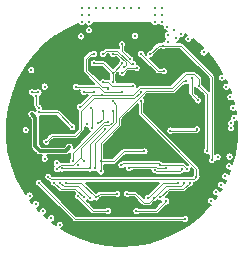
<source format=gbr>
G04 #@! TF.GenerationSoftware,KiCad,Pcbnew,(5.1.5-0-10_14)*
G04 #@! TF.CreationDate,2021-06-01T12:28:28-04:00*
G04 #@! TF.ProjectId,ESLO_RB2,45534c4f-5f52-4423-922e-6b696361645f,rev?*
G04 #@! TF.SameCoordinates,Original*
G04 #@! TF.FileFunction,Copper,L3,Inr*
G04 #@! TF.FilePolarity,Positive*
%FSLAX46Y46*%
G04 Gerber Fmt 4.6, Leading zero omitted, Abs format (unit mm)*
G04 Created by KiCad (PCBNEW (5.1.5-0-10_14)) date 2021-06-01 12:28:28*
%MOMM*%
%LPD*%
G04 APERTURE LIST*
%ADD10C,0.254000*%
%ADD11C,0.101600*%
%ADD12C,0.300000*%
%ADD13C,0.150000*%
G04 APERTURE END LIST*
D10*
X212900000Y-80200004D03*
X207550000Y-88650000D03*
X212300000Y-78300000D03*
X212900000Y-78300000D03*
X213500000Y-78300000D03*
X214100000Y-78300000D03*
X214700000Y-78300000D03*
X215300000Y-78300000D03*
X215900000Y-78300000D03*
X216500000Y-78300000D03*
X217100000Y-78300000D03*
X218500000Y-78300000D03*
X219100000Y-78300000D03*
X214900000Y-83800000D03*
X213300000Y-83000000D03*
X224799998Y-90900000D03*
X211250000Y-90100002D03*
X214900000Y-84599998D03*
X215700000Y-82998336D03*
X212300000Y-78900000D03*
X212300000Y-79500000D03*
X219100000Y-78900000D03*
X219100000Y-79500000D03*
X219500000Y-79900000D03*
X220125000Y-80200000D03*
X220700000Y-80500000D03*
X221325000Y-80925000D03*
X212900000Y-78900000D03*
X212900000Y-79500000D03*
X218500000Y-78900000D03*
X218500000Y-79500000D03*
X219550000Y-80600000D03*
X220250000Y-80900000D03*
X222600000Y-82075000D03*
X224150000Y-84225000D03*
X224525000Y-84975000D03*
X224875000Y-85875000D03*
X225100000Y-86750000D03*
X225200000Y-87600000D03*
X224750000Y-91725000D03*
X224450000Y-92575000D03*
X224075000Y-93275000D03*
X223675000Y-93925000D03*
X223225000Y-94625000D03*
X210425000Y-96650000D03*
X209725000Y-96100000D03*
X209025000Y-95525000D03*
X208400000Y-94925000D03*
X207875000Y-94200000D03*
X208025000Y-83575000D03*
X212225000Y-80725000D03*
X216800000Y-80675000D03*
X208050000Y-87300000D03*
X219550000Y-81200000D03*
X224922631Y-88496758D03*
X219240000Y-83670000D03*
X217300000Y-82200000D03*
X208700000Y-87150002D03*
X211500000Y-88400000D03*
X213900000Y-91300000D03*
X217600000Y-90450000D03*
X221100000Y-84500000D03*
X213900004Y-92150000D03*
X219800000Y-88700000D03*
X222050000Y-88600000D03*
X217295788Y-85394986D03*
X209275000Y-89650000D03*
X209450000Y-95650000D03*
X221950000Y-95600000D03*
X212450000Y-84650000D03*
X218500000Y-81250000D03*
X222100000Y-90700000D03*
X222400000Y-88250000D03*
X223350000Y-83150000D03*
X222200000Y-81650000D03*
X220050000Y-90700000D03*
X218400000Y-90706820D03*
X209700000Y-83850000D03*
X216500000Y-83800000D03*
X222200000Y-84900000D03*
X222900000Y-90400000D03*
X212150000Y-86700000D03*
X214008011Y-85691989D03*
X209150000Y-91075000D03*
X210163679Y-91441988D03*
X223800004Y-90947010D03*
X213325000Y-82200000D03*
X214550000Y-85150000D03*
X216398036Y-82658416D03*
X215700000Y-81399994D03*
X215867087Y-83283155D03*
X214899996Y-82200000D03*
X211545391Y-91245383D03*
X211950000Y-91645990D03*
X214478537Y-87999991D03*
X214900000Y-87000000D03*
X210200000Y-91950000D03*
X212450000Y-91250000D03*
X212950000Y-91900000D03*
X210599996Y-91900000D03*
X214224527Y-88537084D03*
X214900000Y-86200000D03*
X213434055Y-91857559D03*
X224925004Y-88075002D03*
X222150000Y-86150000D03*
X221600000Y-84245990D03*
X219200000Y-81500000D03*
X223300000Y-91200000D03*
X218100000Y-82200000D03*
X213300000Y-85400000D03*
X212450000Y-85400000D03*
X215700000Y-85400000D03*
X211800000Y-85000000D03*
X221450000Y-93100000D03*
X218950000Y-94350000D03*
X219450000Y-94650000D03*
X216900000Y-95500000D03*
X220450000Y-93100000D03*
X217900000Y-94400000D03*
X220950000Y-93100000D03*
X218400000Y-94400000D03*
X216100000Y-94050000D03*
X210450000Y-93100000D03*
X213000000Y-94400000D03*
X210950000Y-93100000D03*
X213500000Y-94350000D03*
X215300000Y-94050000D03*
X209950000Y-93100000D03*
X212450000Y-94350000D03*
X211950000Y-94250000D03*
X214500000Y-95500000D03*
X214100000Y-87000000D03*
X218450000Y-92000000D03*
X220800000Y-91950000D03*
X213700000Y-88075000D03*
X221200000Y-91950000D03*
X215650000Y-91600000D03*
X218950000Y-91591180D03*
X212725113Y-88110292D03*
X219450000Y-91870590D03*
X216297276Y-91870590D03*
X213156933Y-88455149D03*
X213095387Y-86795387D03*
X217300000Y-86200000D03*
X222000000Y-92600000D03*
X209450000Y-92600000D03*
X208050000Y-85450000D03*
X208617908Y-85469674D03*
X208650000Y-86750000D03*
X208450000Y-85754010D03*
X214100000Y-84600000D03*
X216599988Y-84900000D03*
X215700000Y-83800000D03*
X216950000Y-83400000D03*
X216620000Y-83060000D03*
X214100000Y-82200010D03*
X208650000Y-93100000D03*
X221050000Y-96175001D03*
X209150000Y-84975000D03*
D11*
X214100000Y-83000000D02*
X214900000Y-83800000D01*
X213300000Y-83000000D02*
X214100000Y-83000000D01*
X214900000Y-83800000D02*
X214900000Y-84599998D01*
X214900000Y-83800000D02*
X215700000Y-83000000D01*
X215700000Y-83000000D02*
X215700000Y-82998336D01*
D12*
X208350000Y-87600000D02*
X208050000Y-87300000D01*
X208350000Y-90025000D02*
X208350000Y-87600000D01*
X210925002Y-90425000D02*
X208750000Y-90425000D01*
X208750000Y-90425000D02*
X208350000Y-90025000D01*
X211250000Y-90100002D02*
X210925002Y-90425000D01*
D11*
X219240000Y-83670000D02*
X218770000Y-83670000D01*
X218770000Y-83670000D02*
X217300000Y-82200000D01*
X210250002Y-87150002D02*
X211500000Y-88400000D01*
X208700000Y-87150002D02*
X210250002Y-87150002D01*
X215450000Y-87600000D02*
X215450000Y-88225000D01*
X217700000Y-85350000D02*
X215450000Y-87600000D01*
X220050000Y-85350000D02*
X217700000Y-85350000D01*
X221100000Y-84500000D02*
X220900000Y-84500000D01*
X220900000Y-84500000D02*
X220050000Y-85350000D01*
X213900000Y-89775000D02*
X213900000Y-91300000D01*
X215450000Y-88225000D02*
X213900000Y-89775000D01*
X215000000Y-91300000D02*
X213900000Y-91300000D01*
X215850000Y-90450000D02*
X215000000Y-91300000D01*
X217600000Y-90450000D02*
X215850000Y-90450000D01*
X213900000Y-92149996D02*
X213900004Y-92150000D01*
X213900000Y-91300000D02*
X213900000Y-92149996D01*
X221950000Y-88700000D02*
X222050000Y-88600000D01*
X219800000Y-88700000D02*
X221950000Y-88700000D01*
X216744775Y-85945999D02*
X217295788Y-85394986D01*
X213304001Y-85945999D02*
X216744775Y-85945999D01*
X212250000Y-87000000D02*
X213304001Y-85945999D01*
X212250000Y-88650000D02*
X212250000Y-87000000D01*
X211725000Y-89175000D02*
X212250000Y-88650000D01*
X209750000Y-89175000D02*
X211725000Y-89175000D01*
X209275000Y-89650000D02*
X209750000Y-89175000D01*
X222900000Y-85600000D02*
X222200000Y-84900000D01*
X222900000Y-90400000D02*
X222900000Y-85600000D01*
X212150000Y-86700000D02*
X213158011Y-85691989D01*
X221800000Y-83900000D02*
X221100000Y-83900000D01*
X213158011Y-85691989D02*
X214008011Y-85691989D01*
X221100000Y-83900000D02*
X219900000Y-85100000D01*
X216618011Y-85691989D02*
X214008011Y-85691989D01*
X219900000Y-85100000D02*
X217210000Y-85100000D01*
X222200000Y-84900000D02*
X222200000Y-84300000D01*
X217210000Y-85100000D02*
X216618011Y-85691989D01*
X222200000Y-84300000D02*
X221800000Y-83900000D01*
X213970395Y-84970395D02*
X214550000Y-84970395D01*
X212650000Y-83650000D02*
X213970395Y-84970395D01*
X212650000Y-82600000D02*
X212650000Y-83650000D01*
X214550000Y-84970395D02*
X214550000Y-85150000D01*
X213050000Y-82200000D02*
X212650000Y-82600000D01*
X213325000Y-82200000D02*
X213050000Y-82200000D01*
X215700000Y-81960380D02*
X215700000Y-81399994D01*
X216398036Y-82658416D02*
X215700000Y-81960380D01*
X215994086Y-82916498D02*
X215277588Y-82200000D01*
X215277588Y-82200000D02*
X214899996Y-82200000D01*
X215994086Y-83156156D02*
X215994086Y-82916498D01*
X215867087Y-83283155D02*
X215994086Y-83156156D01*
X214150933Y-87999991D02*
X214478537Y-87999991D01*
X211545391Y-90605533D02*
X214150933Y-87999991D01*
X211545391Y-91245383D02*
X211545391Y-90605533D01*
X212200000Y-91000000D02*
X212200000Y-90950000D01*
X212450000Y-91250000D02*
X212200000Y-91000000D01*
X210504002Y-91595998D02*
X211554002Y-91595998D01*
X211554002Y-91595998D02*
X212200000Y-90950000D01*
X210200000Y-91900000D02*
X210504002Y-91595998D01*
X210200000Y-91950000D02*
X210200000Y-91900000D01*
X214900000Y-87975922D02*
X214900000Y-87000000D01*
X214621921Y-88254001D02*
X214900000Y-87975922D01*
X212200000Y-90950000D02*
X212200000Y-90202386D01*
X214148385Y-88254001D02*
X214621921Y-88254001D01*
X212200000Y-90202386D02*
X214148385Y-88254001D01*
X212950000Y-91900000D02*
X210599996Y-91900000D01*
X212950000Y-91900000D02*
X212950000Y-89811611D01*
X212950000Y-89811611D02*
X214224527Y-88537084D01*
X214900000Y-86200000D02*
X215200000Y-86500000D01*
X213434055Y-89765945D02*
X213434055Y-91857559D01*
X215200000Y-86500000D02*
X215200000Y-88000000D01*
X215200000Y-88000000D02*
X213434055Y-89765945D01*
X221600000Y-85600000D02*
X221600000Y-84245990D01*
X222150000Y-86150000D02*
X221600000Y-85600000D01*
X223300000Y-91200000D02*
X223300000Y-84150000D01*
X220650000Y-81500000D02*
X219200000Y-81500000D01*
X223300000Y-84150000D02*
X220650000Y-81500000D01*
X219200000Y-81500000D02*
X218800000Y-81500000D01*
X218800000Y-81500000D02*
X218100000Y-82200000D01*
X212450000Y-85400000D02*
X213300000Y-85400000D01*
X215520395Y-85400000D02*
X215516394Y-85404001D01*
X215516394Y-85404001D02*
X214152539Y-85404001D01*
X215700000Y-85400000D02*
X215520395Y-85400000D01*
X214152539Y-85404001D02*
X213748538Y-85000000D01*
X213748538Y-85000000D02*
X211800000Y-85000000D01*
X220900000Y-93650000D02*
X219650000Y-93650000D01*
X219650000Y-93650000D02*
X218950000Y-94350000D01*
X221450000Y-93100000D02*
X220900000Y-93650000D01*
X218600000Y-95500000D02*
X219450000Y-94650000D01*
X216900000Y-95500000D02*
X218600000Y-95500000D01*
X219200000Y-93100000D02*
X217900000Y-94400000D01*
X220450000Y-93100000D02*
X219200000Y-93100000D01*
X216100000Y-94050000D02*
X216800000Y-94050000D01*
X216800000Y-94050000D02*
X217550000Y-94800000D01*
X218000000Y-94800000D02*
X218400000Y-94400000D01*
X217550000Y-94800000D02*
X218000000Y-94800000D01*
X220650000Y-93400000D02*
X220950000Y-93100000D01*
X218400000Y-94400000D02*
X219400000Y-93400000D01*
X219400000Y-93400000D02*
X220650000Y-93400000D01*
X210750000Y-93400000D02*
X210450000Y-93100000D01*
X212000000Y-93400000D02*
X210750000Y-93400000D01*
X213000000Y-94400000D02*
X212000000Y-93400000D01*
X213800000Y-94050000D02*
X213500000Y-94350000D01*
X215300000Y-94050000D02*
X213800000Y-94050000D01*
X212250000Y-93100000D02*
X210950000Y-93100000D01*
X213500000Y-94350000D02*
X212250000Y-93100000D01*
X211750000Y-93650000D02*
X212450000Y-94350000D01*
X210500000Y-93650000D02*
X211750000Y-93650000D01*
X209950000Y-93100000D02*
X210500000Y-93650000D01*
X213200000Y-95500000D02*
X214500000Y-95500000D01*
X211950000Y-94250000D02*
X213200000Y-95500000D01*
X220600000Y-92150000D02*
X220800000Y-91950000D01*
X218600000Y-92150000D02*
X220600000Y-92150000D01*
X218450000Y-92000000D02*
X218600000Y-92150000D01*
X214100000Y-87675000D02*
X213700000Y-88075000D01*
X214100000Y-87000000D02*
X214100000Y-87675000D01*
X220841180Y-91591180D02*
X218950000Y-91591180D01*
X221200000Y-91950000D02*
X220841180Y-91591180D01*
X215785819Y-91464181D02*
X215650000Y-91600000D01*
X218950000Y-91591180D02*
X218823001Y-91464181D01*
X218823001Y-91464181D02*
X215785819Y-91464181D01*
X216297276Y-91851460D02*
X216297276Y-91870590D01*
X218571921Y-91745999D02*
X216402737Y-91745999D01*
X218696512Y-91870590D02*
X218571921Y-91745999D01*
X216402737Y-91745999D02*
X216297276Y-91851460D01*
X219450000Y-91870590D02*
X218696512Y-91870590D01*
X213156933Y-88455149D02*
X213156933Y-86856933D01*
X213156933Y-86856933D02*
X213095387Y-86795387D01*
X217300000Y-86200000D02*
X217300000Y-87250000D01*
X222000000Y-91950000D02*
X222000000Y-92600000D01*
X217300000Y-87250000D02*
X222000000Y-91950000D01*
X222000000Y-92600000D02*
X221770998Y-92829002D01*
X221770998Y-92829002D02*
X209679002Y-92829002D01*
X209679002Y-92829002D02*
X209450000Y-92600000D01*
X208069674Y-85469674D02*
X208050000Y-85450000D01*
X208617908Y-85469674D02*
X208069674Y-85469674D01*
X208650000Y-86750000D02*
X208450000Y-86550000D01*
X208450000Y-86550000D02*
X208450000Y-85754010D01*
X214813536Y-84900000D02*
X216599988Y-84900000D01*
X214513536Y-84600000D02*
X214813536Y-84900000D01*
X214100000Y-84600000D02*
X214513536Y-84600000D01*
X216125000Y-83400000D02*
X216950000Y-83400000D01*
X215725000Y-83800000D02*
X216125000Y-83400000D01*
X215700000Y-83800000D02*
X215725000Y-83800000D01*
X214354011Y-81945999D02*
X214100000Y-82200010D01*
X216424524Y-83060000D02*
X215310523Y-81945999D01*
X215310523Y-81945999D02*
X214354011Y-81945999D01*
X216620000Y-83060000D02*
X216424524Y-83060000D01*
X211725001Y-96175001D02*
X221050000Y-96175001D01*
X208650000Y-93100000D02*
X211725001Y-96175001D01*
D13*
G36*
X218161527Y-79602675D02*
G01*
X218188062Y-79666734D01*
X218226584Y-79724387D01*
X218275613Y-79773416D01*
X218333266Y-79811938D01*
X218397325Y-79838473D01*
X218465331Y-79852000D01*
X218534669Y-79852000D01*
X218602675Y-79838473D01*
X218666734Y-79811938D01*
X218724387Y-79773416D01*
X218773416Y-79724387D01*
X218800000Y-79684601D01*
X218826584Y-79724387D01*
X218875613Y-79773416D01*
X218933266Y-79811938D01*
X218997325Y-79838473D01*
X219065331Y-79852000D01*
X219134669Y-79852000D01*
X219151310Y-79848690D01*
X219148000Y-79865331D01*
X219148000Y-79934669D01*
X219161527Y-80002675D01*
X219188062Y-80066734D01*
X219226584Y-80124387D01*
X219275613Y-80173416D01*
X219333266Y-80211938D01*
X219397325Y-80238473D01*
X219465331Y-80252000D01*
X219495221Y-80252000D01*
X219447325Y-80261527D01*
X219383266Y-80288062D01*
X219325613Y-80326584D01*
X219276584Y-80375613D01*
X219238062Y-80433266D01*
X219211527Y-80497325D01*
X219198000Y-80565331D01*
X219198000Y-80634669D01*
X219211527Y-80702675D01*
X219238062Y-80766734D01*
X219276584Y-80824387D01*
X219325613Y-80873416D01*
X219365399Y-80900000D01*
X219325613Y-80926584D01*
X219276584Y-80975613D01*
X219238062Y-81033266D01*
X219211527Y-81097325D01*
X219201447Y-81148000D01*
X219165331Y-81148000D01*
X219097325Y-81161527D01*
X219033266Y-81188062D01*
X218979181Y-81224200D01*
X218813531Y-81224200D01*
X218799999Y-81222867D01*
X218786467Y-81224200D01*
X218786456Y-81224200D01*
X218745934Y-81228191D01*
X218697848Y-81242778D01*
X218693945Y-81243962D01*
X218646032Y-81269572D01*
X218614556Y-81295404D01*
X218604037Y-81304037D01*
X218595406Y-81314554D01*
X218061124Y-81848837D01*
X217997325Y-81861527D01*
X217933266Y-81888062D01*
X217875613Y-81926584D01*
X217826584Y-81975613D01*
X217788062Y-82033266D01*
X217761527Y-82097325D01*
X217748000Y-82165331D01*
X217748000Y-82234669D01*
X217753783Y-82263744D01*
X217651163Y-82161124D01*
X217638473Y-82097325D01*
X217611938Y-82033266D01*
X217573416Y-81975613D01*
X217524387Y-81926584D01*
X217466734Y-81888062D01*
X217402675Y-81861527D01*
X217334669Y-81848000D01*
X217265331Y-81848000D01*
X217197325Y-81861527D01*
X217133266Y-81888062D01*
X217075613Y-81926584D01*
X217026584Y-81975613D01*
X216988062Y-82033266D01*
X216961527Y-82097325D01*
X216948000Y-82165331D01*
X216948000Y-82234669D01*
X216961527Y-82302675D01*
X216988062Y-82366734D01*
X217026584Y-82424387D01*
X217075613Y-82473416D01*
X217133266Y-82511938D01*
X217197325Y-82538473D01*
X217261124Y-82551163D01*
X218565406Y-83855446D01*
X218574037Y-83865963D01*
X218584554Y-83874594D01*
X218584557Y-83874597D01*
X218616032Y-83900428D01*
X218626528Y-83906038D01*
X218663945Y-83926038D01*
X218715934Y-83941809D01*
X218756456Y-83945800D01*
X218756465Y-83945800D01*
X218770000Y-83947133D01*
X218783534Y-83945800D01*
X219019181Y-83945800D01*
X219073266Y-83981938D01*
X219137325Y-84008473D01*
X219205331Y-84022000D01*
X219274669Y-84022000D01*
X219342675Y-84008473D01*
X219406734Y-83981938D01*
X219464387Y-83943416D01*
X219513416Y-83894387D01*
X219551938Y-83836734D01*
X219578473Y-83772675D01*
X219592000Y-83704669D01*
X219592000Y-83635331D01*
X219578473Y-83567325D01*
X219551938Y-83503266D01*
X219513416Y-83445613D01*
X219464387Y-83396584D01*
X219406734Y-83358062D01*
X219342675Y-83331527D01*
X219274669Y-83318000D01*
X219205331Y-83318000D01*
X219137325Y-83331527D01*
X219073266Y-83358062D01*
X219019181Y-83394200D01*
X218884240Y-83394200D01*
X218036256Y-82546217D01*
X218065331Y-82552000D01*
X218134669Y-82552000D01*
X218202675Y-82538473D01*
X218266734Y-82511938D01*
X218324387Y-82473416D01*
X218373416Y-82424387D01*
X218411938Y-82366734D01*
X218438473Y-82302675D01*
X218451163Y-82238876D01*
X218914240Y-81775800D01*
X218979181Y-81775800D01*
X219033266Y-81811938D01*
X219097325Y-81838473D01*
X219165331Y-81852000D01*
X219234669Y-81852000D01*
X219302675Y-81838473D01*
X219366734Y-81811938D01*
X219420819Y-81775800D01*
X220535761Y-81775800D01*
X223024201Y-84264241D01*
X223024201Y-85334161D01*
X222551163Y-84861124D01*
X222538473Y-84797325D01*
X222511938Y-84733266D01*
X222475800Y-84679181D01*
X222475800Y-84313533D01*
X222477133Y-84299999D01*
X222475800Y-84286465D01*
X222475800Y-84286456D01*
X222471809Y-84245934D01*
X222456038Y-84193945D01*
X222435776Y-84156038D01*
X222430428Y-84146032D01*
X222404596Y-84114556D01*
X222404594Y-84114554D01*
X222395963Y-84104037D01*
X222385446Y-84095406D01*
X222004598Y-83714559D01*
X221995963Y-83704037D01*
X221953967Y-83669572D01*
X221906055Y-83643962D01*
X221854066Y-83628191D01*
X221813544Y-83624200D01*
X221813534Y-83624200D01*
X221800000Y-83622867D01*
X221786466Y-83624200D01*
X221113533Y-83624200D01*
X221099999Y-83622867D01*
X221086465Y-83624200D01*
X221086456Y-83624200D01*
X221045934Y-83628191D01*
X221011664Y-83638587D01*
X220993945Y-83643962D01*
X220946032Y-83669572D01*
X220914556Y-83695404D01*
X220904037Y-83704037D01*
X220895406Y-83714554D01*
X219785761Y-84824200D01*
X217223534Y-84824200D01*
X217210000Y-84822867D01*
X217196465Y-84824200D01*
X217196456Y-84824200D01*
X217155934Y-84828191D01*
X217103945Y-84843962D01*
X217081357Y-84856036D01*
X217056032Y-84869572D01*
X217024557Y-84895403D01*
X217024554Y-84895406D01*
X217014037Y-84904037D01*
X217005406Y-84914554D01*
X216943719Y-84976241D01*
X216951988Y-84934669D01*
X216951988Y-84865331D01*
X216938461Y-84797325D01*
X216911926Y-84733266D01*
X216873404Y-84675613D01*
X216824375Y-84626584D01*
X216766722Y-84588062D01*
X216702663Y-84561527D01*
X216634657Y-84548000D01*
X216565319Y-84548000D01*
X216497313Y-84561527D01*
X216433254Y-84588062D01*
X216379169Y-84624200D01*
X215252000Y-84624200D01*
X215252000Y-84565329D01*
X215238473Y-84497323D01*
X215211938Y-84433264D01*
X215175800Y-84379179D01*
X215175800Y-84020819D01*
X215211938Y-83966734D01*
X215238473Y-83902675D01*
X215251163Y-83838876D01*
X215353783Y-83736256D01*
X215348000Y-83765331D01*
X215348000Y-83834669D01*
X215361527Y-83902675D01*
X215388062Y-83966734D01*
X215426584Y-84024387D01*
X215475613Y-84073416D01*
X215533266Y-84111938D01*
X215597325Y-84138473D01*
X215665331Y-84152000D01*
X215734669Y-84152000D01*
X215802675Y-84138473D01*
X215866734Y-84111938D01*
X215924387Y-84073416D01*
X215973416Y-84024387D01*
X216011938Y-83966734D01*
X216038473Y-83902675D01*
X216044956Y-83870084D01*
X216239240Y-83675800D01*
X216729181Y-83675800D01*
X216783266Y-83711938D01*
X216847325Y-83738473D01*
X216915331Y-83752000D01*
X216984669Y-83752000D01*
X217052675Y-83738473D01*
X217116734Y-83711938D01*
X217174387Y-83673416D01*
X217223416Y-83624387D01*
X217261938Y-83566734D01*
X217288473Y-83502675D01*
X217302000Y-83434669D01*
X217302000Y-83365331D01*
X217288473Y-83297325D01*
X217261938Y-83233266D01*
X217223416Y-83175613D01*
X217174387Y-83126584D01*
X217116734Y-83088062D01*
X217052675Y-83061527D01*
X216984669Y-83048000D01*
X216972000Y-83048000D01*
X216972000Y-83025331D01*
X216958473Y-82957325D01*
X216931938Y-82893266D01*
X216893416Y-82835613D01*
X216844387Y-82786584D01*
X216786734Y-82748062D01*
X216742727Y-82729833D01*
X216750036Y-82693085D01*
X216750036Y-82623747D01*
X216736509Y-82555741D01*
X216709974Y-82491682D01*
X216671452Y-82434029D01*
X216622423Y-82385000D01*
X216564770Y-82346478D01*
X216500711Y-82319943D01*
X216436913Y-82307253D01*
X215975800Y-81846141D01*
X215975800Y-81620813D01*
X216011938Y-81566728D01*
X216038473Y-81502669D01*
X216052000Y-81434663D01*
X216052000Y-81365325D01*
X216038473Y-81297319D01*
X216011938Y-81233260D01*
X215973416Y-81175607D01*
X215924387Y-81126578D01*
X215866734Y-81088056D01*
X215802675Y-81061521D01*
X215734669Y-81047994D01*
X215665331Y-81047994D01*
X215597325Y-81061521D01*
X215533266Y-81088056D01*
X215475613Y-81126578D01*
X215426584Y-81175607D01*
X215388062Y-81233260D01*
X215361527Y-81297319D01*
X215348000Y-81365325D01*
X215348000Y-81434663D01*
X215361527Y-81502669D01*
X215388062Y-81566728D01*
X215424201Y-81620814D01*
X215424200Y-81694035D01*
X215416578Y-81689961D01*
X215364589Y-81674190D01*
X215324067Y-81670199D01*
X215324057Y-81670199D01*
X215310523Y-81668866D01*
X215296989Y-81670199D01*
X214367545Y-81670199D01*
X214354011Y-81668866D01*
X214340477Y-81670199D01*
X214340467Y-81670199D01*
X214299945Y-81674190D01*
X214247956Y-81689961D01*
X214227959Y-81700650D01*
X214200043Y-81715571D01*
X214168568Y-81741402D01*
X214168565Y-81741405D01*
X214158048Y-81750036D01*
X214149417Y-81760554D01*
X214061123Y-81848847D01*
X213997325Y-81861537D01*
X213933266Y-81888072D01*
X213875613Y-81926594D01*
X213826584Y-81975623D01*
X213788062Y-82033276D01*
X213761527Y-82097335D01*
X213748000Y-82165341D01*
X213748000Y-82234679D01*
X213761527Y-82302685D01*
X213788062Y-82366744D01*
X213826584Y-82424397D01*
X213875613Y-82473426D01*
X213933266Y-82511948D01*
X213997325Y-82538483D01*
X214065331Y-82552010D01*
X214134669Y-82552010D01*
X214202675Y-82538483D01*
X214266734Y-82511948D01*
X214324387Y-82473426D01*
X214373416Y-82424397D01*
X214411938Y-82366744D01*
X214438473Y-82302685D01*
X214451163Y-82238887D01*
X214468251Y-82221799D01*
X214547996Y-82221799D01*
X214547996Y-82234669D01*
X214561523Y-82302675D01*
X214588058Y-82366734D01*
X214626580Y-82424387D01*
X214675609Y-82473416D01*
X214733262Y-82511938D01*
X214797321Y-82538473D01*
X214865327Y-82552000D01*
X214934665Y-82552000D01*
X215002671Y-82538473D01*
X215066730Y-82511938D01*
X215120815Y-82475800D01*
X215163349Y-82475800D01*
X215444041Y-82756492D01*
X215426584Y-82773949D01*
X215388062Y-82831602D01*
X215361527Y-82895661D01*
X215348424Y-82961536D01*
X214900000Y-83409960D01*
X214304599Y-82814560D01*
X214295963Y-82804037D01*
X214253967Y-82769572D01*
X214206055Y-82743962D01*
X214154066Y-82728191D01*
X214113544Y-82724200D01*
X214113534Y-82724200D01*
X214100000Y-82722867D01*
X214086466Y-82724200D01*
X213520819Y-82724200D01*
X213466734Y-82688062D01*
X213402675Y-82661527D01*
X213334669Y-82648000D01*
X213265331Y-82648000D01*
X213197325Y-82661527D01*
X213133266Y-82688062D01*
X213075613Y-82726584D01*
X213026584Y-82775613D01*
X212988062Y-82833266D01*
X212961527Y-82897325D01*
X212948000Y-82965331D01*
X212948000Y-83034669D01*
X212961527Y-83102675D01*
X212988062Y-83166734D01*
X213026584Y-83224387D01*
X213075613Y-83273416D01*
X213133266Y-83311938D01*
X213197325Y-83338473D01*
X213265331Y-83352000D01*
X213334669Y-83352000D01*
X213402675Y-83338473D01*
X213466734Y-83311938D01*
X213520819Y-83275800D01*
X213985761Y-83275800D01*
X214548837Y-83838877D01*
X214561527Y-83902675D01*
X214588062Y-83966734D01*
X214624200Y-84020819D01*
X214624201Y-84346426D01*
X214619591Y-84343962D01*
X214567602Y-84328191D01*
X214527080Y-84324200D01*
X214527070Y-84324200D01*
X214513536Y-84322867D01*
X214500002Y-84324200D01*
X214320819Y-84324200D01*
X214266734Y-84288062D01*
X214202675Y-84261527D01*
X214134669Y-84248000D01*
X214065331Y-84248000D01*
X213997325Y-84261527D01*
X213933266Y-84288062D01*
X213875613Y-84326584D01*
X213826584Y-84375613D01*
X213802179Y-84412139D01*
X212925800Y-83535761D01*
X212925800Y-82714239D01*
X213140184Y-82499856D01*
X213158266Y-82511938D01*
X213222325Y-82538473D01*
X213290331Y-82552000D01*
X213359669Y-82552000D01*
X213427675Y-82538473D01*
X213491734Y-82511938D01*
X213549387Y-82473416D01*
X213598416Y-82424387D01*
X213636938Y-82366734D01*
X213663473Y-82302675D01*
X213677000Y-82234669D01*
X213677000Y-82165331D01*
X213663473Y-82097325D01*
X213636938Y-82033266D01*
X213598416Y-81975613D01*
X213549387Y-81926584D01*
X213491734Y-81888062D01*
X213427675Y-81861527D01*
X213359669Y-81848000D01*
X213290331Y-81848000D01*
X213222325Y-81861527D01*
X213158266Y-81888062D01*
X213104181Y-81924200D01*
X213063533Y-81924200D01*
X213049999Y-81922867D01*
X213036465Y-81924200D01*
X213036456Y-81924200D01*
X212995934Y-81928191D01*
X212943945Y-81943962D01*
X212896032Y-81969572D01*
X212864556Y-81995404D01*
X212854037Y-82004037D01*
X212845406Y-82014554D01*
X212464559Y-82395402D01*
X212454037Y-82404037D01*
X212419572Y-82446033D01*
X212393962Y-82493946D01*
X212378191Y-82545935D01*
X212374200Y-82586457D01*
X212374200Y-82586466D01*
X212372867Y-82600000D01*
X212374200Y-82613535D01*
X212374201Y-83636456D01*
X212372867Y-83650000D01*
X212378192Y-83704066D01*
X212393962Y-83756053D01*
X212419572Y-83803967D01*
X212445403Y-83835442D01*
X212445407Y-83835446D01*
X212454038Y-83845963D01*
X212464555Y-83854594D01*
X213334160Y-84724200D01*
X212020819Y-84724200D01*
X211966734Y-84688062D01*
X211902675Y-84661527D01*
X211834669Y-84648000D01*
X211765331Y-84648000D01*
X211697325Y-84661527D01*
X211633266Y-84688062D01*
X211575613Y-84726584D01*
X211526584Y-84775613D01*
X211488062Y-84833266D01*
X211461527Y-84897325D01*
X211448000Y-84965331D01*
X211448000Y-85034669D01*
X211461527Y-85102675D01*
X211488062Y-85166734D01*
X211526584Y-85224387D01*
X211575613Y-85273416D01*
X211633266Y-85311938D01*
X211697325Y-85338473D01*
X211765331Y-85352000D01*
X211834669Y-85352000D01*
X211902675Y-85338473D01*
X211966734Y-85311938D01*
X212020819Y-85275800D01*
X212120443Y-85275800D01*
X212111527Y-85297325D01*
X212098000Y-85365331D01*
X212098000Y-85434669D01*
X212111527Y-85502675D01*
X212138062Y-85566734D01*
X212176584Y-85624387D01*
X212225613Y-85673416D01*
X212283266Y-85711938D01*
X212347325Y-85738473D01*
X212415331Y-85752000D01*
X212484669Y-85752000D01*
X212552675Y-85738473D01*
X212616734Y-85711938D01*
X212670819Y-85675800D01*
X212784160Y-85675800D01*
X212111124Y-86348837D01*
X212047325Y-86361527D01*
X211983266Y-86388062D01*
X211925613Y-86426584D01*
X211876584Y-86475613D01*
X211838062Y-86533266D01*
X211811527Y-86597325D01*
X211798000Y-86665331D01*
X211798000Y-86734669D01*
X211811527Y-86802675D01*
X211838062Y-86866734D01*
X211876584Y-86924387D01*
X211925613Y-86973416D01*
X211973393Y-87005341D01*
X211974201Y-87013544D01*
X211974200Y-88535759D01*
X211610761Y-88899200D01*
X209763531Y-88899200D01*
X209749999Y-88897867D01*
X209736467Y-88899200D01*
X209736456Y-88899200D01*
X209695934Y-88903191D01*
X209643945Y-88918962D01*
X209596032Y-88944572D01*
X209564556Y-88970404D01*
X209554037Y-88979037D01*
X209545406Y-88989554D01*
X209236124Y-89298837D01*
X209172325Y-89311527D01*
X209108266Y-89338062D01*
X209050613Y-89376584D01*
X209001584Y-89425613D01*
X208963062Y-89483266D01*
X208936527Y-89547325D01*
X208923000Y-89615331D01*
X208923000Y-89684669D01*
X208936527Y-89752675D01*
X208963062Y-89816734D01*
X209001584Y-89874387D01*
X209050613Y-89923416D01*
X209108266Y-89961938D01*
X209172325Y-89988473D01*
X209240331Y-90002000D01*
X209309669Y-90002000D01*
X209377675Y-89988473D01*
X209441734Y-89961938D01*
X209499387Y-89923416D01*
X209548416Y-89874387D01*
X209586938Y-89816734D01*
X209613473Y-89752675D01*
X209626163Y-89688876D01*
X209864240Y-89450800D01*
X211711466Y-89450800D01*
X211725000Y-89452133D01*
X211738534Y-89450800D01*
X211738544Y-89450800D01*
X211779066Y-89446809D01*
X211831055Y-89431038D01*
X211878967Y-89405428D01*
X211920963Y-89370963D01*
X211929598Y-89360441D01*
X212435451Y-88854590D01*
X212445963Y-88845963D01*
X212454590Y-88835451D01*
X212454597Y-88835444D01*
X212480428Y-88803968D01*
X212506038Y-88756055D01*
X212507268Y-88752000D01*
X212521809Y-88704066D01*
X212525800Y-88663544D01*
X212525800Y-88663535D01*
X212527133Y-88650001D01*
X212525800Y-88636466D01*
X212525800Y-88400462D01*
X212558379Y-88422230D01*
X212622438Y-88448765D01*
X212690444Y-88462292D01*
X212759782Y-88462292D01*
X212804933Y-88453311D01*
X212804933Y-88489818D01*
X212818460Y-88557824D01*
X212844995Y-88621883D01*
X212883517Y-88679536D01*
X212932546Y-88728565D01*
X212990199Y-88767087D01*
X212992743Y-88768141D01*
X211623092Y-90137793D01*
X211626814Y-90100002D01*
X211619573Y-90026490D01*
X211598130Y-89955801D01*
X211563310Y-89890655D01*
X211516448Y-89833554D01*
X211459347Y-89786692D01*
X211394201Y-89751872D01*
X211323512Y-89730429D01*
X211250000Y-89723188D01*
X211176488Y-89730429D01*
X211105799Y-89751872D01*
X211040653Y-89786692D01*
X210997859Y-89821813D01*
X210769673Y-90050000D01*
X208905330Y-90050000D01*
X208725000Y-89869671D01*
X208725000Y-87618415D01*
X208726814Y-87599999D01*
X208724196Y-87573416D01*
X208719574Y-87526487D01*
X208712146Y-87502002D01*
X208734669Y-87502002D01*
X208802675Y-87488475D01*
X208866734Y-87461940D01*
X208920819Y-87425802D01*
X210135763Y-87425802D01*
X211148837Y-88438878D01*
X211161527Y-88502675D01*
X211188062Y-88566734D01*
X211226584Y-88624387D01*
X211275613Y-88673416D01*
X211333266Y-88711938D01*
X211397325Y-88738473D01*
X211465331Y-88752000D01*
X211534669Y-88752000D01*
X211602675Y-88738473D01*
X211666734Y-88711938D01*
X211724387Y-88673416D01*
X211773416Y-88624387D01*
X211811938Y-88566734D01*
X211838473Y-88502675D01*
X211852000Y-88434669D01*
X211852000Y-88365331D01*
X211838473Y-88297325D01*
X211811938Y-88233266D01*
X211773416Y-88175613D01*
X211724387Y-88126584D01*
X211666734Y-88088062D01*
X211602675Y-88061527D01*
X211538878Y-88048837D01*
X210454601Y-86964562D01*
X210445965Y-86954039D01*
X210403969Y-86919574D01*
X210356057Y-86893964D01*
X210304068Y-86878193D01*
X210263546Y-86874202D01*
X210263536Y-86874202D01*
X210250002Y-86872869D01*
X210236468Y-86874202D01*
X208979556Y-86874202D01*
X208988473Y-86852675D01*
X209002000Y-86784669D01*
X209002000Y-86715331D01*
X208988473Y-86647325D01*
X208961938Y-86583266D01*
X208923416Y-86525613D01*
X208874387Y-86476584D01*
X208816734Y-86438062D01*
X208752675Y-86411527D01*
X208725800Y-86406181D01*
X208725800Y-85974829D01*
X208761938Y-85920744D01*
X208788473Y-85856685D01*
X208802000Y-85788679D01*
X208802000Y-85770014D01*
X208842295Y-85743090D01*
X208891324Y-85694061D01*
X208929846Y-85636408D01*
X208956381Y-85572349D01*
X208969908Y-85504343D01*
X208969908Y-85435005D01*
X208956381Y-85366999D01*
X208929846Y-85302940D01*
X208891324Y-85245287D01*
X208842295Y-85196258D01*
X208784642Y-85157736D01*
X208720583Y-85131201D01*
X208652577Y-85117674D01*
X208583239Y-85117674D01*
X208515233Y-85131201D01*
X208451174Y-85157736D01*
X208397089Y-85193874D01*
X208291677Y-85193874D01*
X208274387Y-85176584D01*
X208216734Y-85138062D01*
X208152675Y-85111527D01*
X208084669Y-85098000D01*
X208015331Y-85098000D01*
X207947325Y-85111527D01*
X207883266Y-85138062D01*
X207825613Y-85176584D01*
X207776584Y-85225613D01*
X207738062Y-85283266D01*
X207711527Y-85347325D01*
X207698000Y-85415331D01*
X207698000Y-85484669D01*
X207711527Y-85552675D01*
X207738062Y-85616734D01*
X207776584Y-85674387D01*
X207825613Y-85723416D01*
X207883266Y-85761938D01*
X207947325Y-85788473D01*
X208015331Y-85802000D01*
X208084669Y-85802000D01*
X208100041Y-85798942D01*
X208111527Y-85856685D01*
X208138062Y-85920744D01*
X208174201Y-85974830D01*
X208174200Y-86536465D01*
X208172867Y-86550000D01*
X208174200Y-86563534D01*
X208174200Y-86563543D01*
X208178191Y-86604065D01*
X208193962Y-86656054D01*
X208219572Y-86703967D01*
X208254037Y-86745963D01*
X208264559Y-86754598D01*
X208298837Y-86788876D01*
X208311527Y-86852675D01*
X208338062Y-86916734D01*
X208376584Y-86974387D01*
X208387301Y-86985104D01*
X208361527Y-87047327D01*
X208355908Y-87075578D01*
X208302140Y-87021811D01*
X208259346Y-86986691D01*
X208194200Y-86951870D01*
X208123512Y-86930427D01*
X208050000Y-86923186D01*
X207976488Y-86930427D01*
X207905800Y-86951870D01*
X207840654Y-86986691D01*
X207783553Y-87033553D01*
X207736691Y-87090654D01*
X207701870Y-87155800D01*
X207680427Y-87226488D01*
X207673186Y-87300000D01*
X207680427Y-87373512D01*
X207701870Y-87444200D01*
X207736691Y-87509346D01*
X207771811Y-87552140D01*
X207975001Y-87755331D01*
X207975000Y-90006584D01*
X207973186Y-90025000D01*
X207975000Y-90043416D01*
X207975000Y-90043418D01*
X207980426Y-90098512D01*
X208001869Y-90169199D01*
X208036691Y-90234346D01*
X208083552Y-90291448D01*
X208097866Y-90303195D01*
X208471809Y-90677139D01*
X208483552Y-90691448D01*
X208513766Y-90716243D01*
X208540652Y-90738309D01*
X208605798Y-90773130D01*
X208605800Y-90773131D01*
X208676487Y-90794574D01*
X208731581Y-90800000D01*
X208731583Y-90800000D01*
X208749999Y-90801814D01*
X208768415Y-90800000D01*
X208927984Y-90800000D01*
X208925613Y-90801584D01*
X208876584Y-90850613D01*
X208838062Y-90908266D01*
X208811527Y-90972325D01*
X208798000Y-91040331D01*
X208798000Y-91109669D01*
X208811527Y-91177675D01*
X208838062Y-91241734D01*
X208876584Y-91299387D01*
X208925613Y-91348416D01*
X208983266Y-91386938D01*
X209047325Y-91413473D01*
X209115331Y-91427000D01*
X209184669Y-91427000D01*
X209252675Y-91413473D01*
X209316734Y-91386938D01*
X209374387Y-91348416D01*
X209423416Y-91299387D01*
X209461938Y-91241734D01*
X209488473Y-91177675D01*
X209502000Y-91109669D01*
X209502000Y-91040331D01*
X209488473Y-90972325D01*
X209461938Y-90908266D01*
X209423416Y-90850613D01*
X209374387Y-90801584D01*
X209372016Y-90800000D01*
X210906586Y-90800000D01*
X210925002Y-90801814D01*
X210943418Y-90800000D01*
X210943421Y-90800000D01*
X210998515Y-90794574D01*
X211069202Y-90773131D01*
X211134349Y-90738309D01*
X211191450Y-90691448D01*
X211203197Y-90677134D01*
X211268844Y-90611487D01*
X211269592Y-90619077D01*
X211269591Y-91024563D01*
X211233453Y-91078649D01*
X211206918Y-91142708D01*
X211193391Y-91210714D01*
X211193391Y-91280052D01*
X211201376Y-91320198D01*
X210517536Y-91320198D01*
X210504002Y-91318865D01*
X210494086Y-91319842D01*
X210475617Y-91275254D01*
X210437095Y-91217601D01*
X210388066Y-91168572D01*
X210330413Y-91130050D01*
X210266354Y-91103515D01*
X210198348Y-91089988D01*
X210129010Y-91089988D01*
X210061004Y-91103515D01*
X209996945Y-91130050D01*
X209939292Y-91168572D01*
X209890263Y-91217601D01*
X209851741Y-91275254D01*
X209825206Y-91339313D01*
X209811679Y-91407319D01*
X209811679Y-91476657D01*
X209825206Y-91544663D01*
X209851741Y-91608722D01*
X209890263Y-91666375D01*
X209938043Y-91714155D01*
X209926584Y-91725613D01*
X209888062Y-91783266D01*
X209861527Y-91847325D01*
X209848000Y-91915331D01*
X209848000Y-91984669D01*
X209861527Y-92052675D01*
X209888062Y-92116734D01*
X209926584Y-92174387D01*
X209975613Y-92223416D01*
X210033266Y-92261938D01*
X210097325Y-92288473D01*
X210165331Y-92302000D01*
X210234669Y-92302000D01*
X210302675Y-92288473D01*
X210366734Y-92261938D01*
X210424387Y-92223416D01*
X210435103Y-92212700D01*
X210497321Y-92238473D01*
X210565327Y-92252000D01*
X210634665Y-92252000D01*
X210702671Y-92238473D01*
X210766730Y-92211938D01*
X210820815Y-92175800D01*
X212729181Y-92175800D01*
X212783266Y-92211938D01*
X212847325Y-92238473D01*
X212915331Y-92252000D01*
X212984669Y-92252000D01*
X213052675Y-92238473D01*
X213116734Y-92211938D01*
X213174387Y-92173416D01*
X213213960Y-92133843D01*
X213267321Y-92169497D01*
X213331380Y-92196032D01*
X213399386Y-92209559D01*
X213468724Y-92209559D01*
X213536730Y-92196032D01*
X213549234Y-92190853D01*
X213561531Y-92252675D01*
X213588066Y-92316734D01*
X213626588Y-92374387D01*
X213675617Y-92423416D01*
X213733270Y-92461938D01*
X213797329Y-92488473D01*
X213865335Y-92502000D01*
X213934673Y-92502000D01*
X214002679Y-92488473D01*
X214066738Y-92461938D01*
X214124391Y-92423416D01*
X214173420Y-92374387D01*
X214211942Y-92316734D01*
X214238477Y-92252675D01*
X214252004Y-92184669D01*
X214252004Y-92115331D01*
X214238477Y-92047325D01*
X214211942Y-91983266D01*
X214175800Y-91929175D01*
X214175800Y-91575800D01*
X214986466Y-91575800D01*
X215000000Y-91577133D01*
X215013534Y-91575800D01*
X215013544Y-91575800D01*
X215054066Y-91571809D01*
X215106055Y-91556038D01*
X215153967Y-91530428D01*
X215195963Y-91495963D01*
X215204599Y-91485440D01*
X215964240Y-90725800D01*
X217379181Y-90725800D01*
X217433266Y-90761938D01*
X217497325Y-90788473D01*
X217565331Y-90802000D01*
X217634669Y-90802000D01*
X217702675Y-90788473D01*
X217766734Y-90761938D01*
X217824387Y-90723416D01*
X217873416Y-90674387D01*
X217911938Y-90616734D01*
X217938473Y-90552675D01*
X217952000Y-90484669D01*
X217952000Y-90415331D01*
X217938473Y-90347325D01*
X217911938Y-90283266D01*
X217873416Y-90225613D01*
X217824387Y-90176584D01*
X217766734Y-90138062D01*
X217702675Y-90111527D01*
X217634669Y-90098000D01*
X217565331Y-90098000D01*
X217497325Y-90111527D01*
X217433266Y-90138062D01*
X217379181Y-90174200D01*
X215863534Y-90174200D01*
X215850000Y-90172867D01*
X215836466Y-90174200D01*
X215836456Y-90174200D01*
X215795934Y-90178191D01*
X215743945Y-90193962D01*
X215728185Y-90202386D01*
X215696032Y-90219572D01*
X215664557Y-90245403D01*
X215664554Y-90245406D01*
X215654037Y-90254037D01*
X215645406Y-90264554D01*
X214885761Y-91024200D01*
X214175800Y-91024200D01*
X214175800Y-89889239D01*
X215635451Y-88429590D01*
X215645963Y-88420963D01*
X215654590Y-88410451D01*
X215654597Y-88410444D01*
X215680428Y-88378968D01*
X215706038Y-88331055D01*
X215708522Y-88322867D01*
X215721809Y-88279066D01*
X215725800Y-88238544D01*
X215725800Y-88238535D01*
X215727133Y-88225001D01*
X215725800Y-88211466D01*
X215725800Y-87714239D01*
X217022206Y-86417834D01*
X217024200Y-86420819D01*
X217024201Y-87236456D01*
X217022867Y-87250000D01*
X217028192Y-87304066D01*
X217043962Y-87356053D01*
X217069572Y-87403967D01*
X217095403Y-87435442D01*
X217095407Y-87435446D01*
X217104038Y-87445963D01*
X217114555Y-87454594D01*
X221263743Y-91603783D01*
X221238877Y-91598837D01*
X221045777Y-91405738D01*
X221037143Y-91395217D01*
X220995147Y-91360752D01*
X220947235Y-91335142D01*
X220895246Y-91319371D01*
X220854724Y-91315380D01*
X220854714Y-91315380D01*
X220841180Y-91314047D01*
X220827646Y-91315380D01*
X219170819Y-91315380D01*
X219116734Y-91279242D01*
X219052675Y-91252707D01*
X218984669Y-91239180D01*
X218983581Y-91239180D01*
X218976968Y-91233753D01*
X218929056Y-91208143D01*
X218877067Y-91192372D01*
X218836545Y-91188381D01*
X218836535Y-91188381D01*
X218823001Y-91187048D01*
X218809467Y-91188381D01*
X215799353Y-91188381D01*
X215785818Y-91187048D01*
X215772284Y-91188381D01*
X215772275Y-91188381D01*
X215731753Y-91192372D01*
X215686703Y-91206038D01*
X215679764Y-91208143D01*
X215631852Y-91233753D01*
X215614223Y-91248220D01*
X215547325Y-91261527D01*
X215483266Y-91288062D01*
X215425613Y-91326584D01*
X215376584Y-91375613D01*
X215338062Y-91433266D01*
X215311527Y-91497325D01*
X215298000Y-91565331D01*
X215298000Y-91634669D01*
X215311527Y-91702675D01*
X215338062Y-91766734D01*
X215376584Y-91824387D01*
X215425613Y-91873416D01*
X215483266Y-91911938D01*
X215547325Y-91938473D01*
X215615331Y-91952000D01*
X215684669Y-91952000D01*
X215752675Y-91938473D01*
X215816734Y-91911938D01*
X215874387Y-91873416D01*
X215923416Y-91824387D01*
X215957809Y-91772914D01*
X215945276Y-91835921D01*
X215945276Y-91905259D01*
X215958803Y-91973265D01*
X215985338Y-92037324D01*
X216023860Y-92094977D01*
X216072889Y-92144006D01*
X216130542Y-92182528D01*
X216194601Y-92209063D01*
X216262607Y-92222590D01*
X216331945Y-92222590D01*
X216399951Y-92209063D01*
X216464010Y-92182528D01*
X216521663Y-92144006D01*
X216570692Y-92094977D01*
X216609214Y-92037324D01*
X216615645Y-92021799D01*
X218098000Y-92021799D01*
X218098000Y-92034669D01*
X218111527Y-92102675D01*
X218138062Y-92166734D01*
X218176584Y-92224387D01*
X218225613Y-92273416D01*
X218283266Y-92311938D01*
X218347325Y-92338473D01*
X218410133Y-92350966D01*
X218414554Y-92354594D01*
X218414557Y-92354597D01*
X218432805Y-92369572D01*
X218446033Y-92380428D01*
X218493945Y-92406038D01*
X218545934Y-92421809D01*
X218586456Y-92425800D01*
X218586465Y-92425800D01*
X218599999Y-92427133D01*
X218613534Y-92425800D01*
X220586466Y-92425800D01*
X220600000Y-92427133D01*
X220613534Y-92425800D01*
X220613544Y-92425800D01*
X220654066Y-92421809D01*
X220706055Y-92406038D01*
X220753967Y-92380428D01*
X220795963Y-92345963D01*
X220804601Y-92335438D01*
X220838876Y-92301163D01*
X220902675Y-92288473D01*
X220966734Y-92261938D01*
X221000000Y-92239711D01*
X221033266Y-92261938D01*
X221097325Y-92288473D01*
X221165331Y-92302000D01*
X221234669Y-92302000D01*
X221302675Y-92288473D01*
X221366734Y-92261938D01*
X221424387Y-92223416D01*
X221473416Y-92174387D01*
X221511938Y-92116734D01*
X221538473Y-92052675D01*
X221552000Y-91984669D01*
X221552000Y-91915331D01*
X221546217Y-91886257D01*
X221724200Y-92064240D01*
X221724201Y-92379180D01*
X221688062Y-92433266D01*
X221661527Y-92497325D01*
X221650413Y-92553202D01*
X209799587Y-92553202D01*
X209788473Y-92497325D01*
X209761938Y-92433266D01*
X209723416Y-92375613D01*
X209674387Y-92326584D01*
X209616734Y-92288062D01*
X209552675Y-92261527D01*
X209484669Y-92248000D01*
X209415331Y-92248000D01*
X209347325Y-92261527D01*
X209283266Y-92288062D01*
X209225613Y-92326584D01*
X209176584Y-92375613D01*
X209138062Y-92433266D01*
X209111527Y-92497325D01*
X209098000Y-92565331D01*
X209098000Y-92634669D01*
X209111527Y-92702675D01*
X209138062Y-92766734D01*
X209176584Y-92824387D01*
X209225613Y-92873416D01*
X209283266Y-92911938D01*
X209347325Y-92938473D01*
X209411123Y-92951163D01*
X209474408Y-93014447D01*
X209483039Y-93024965D01*
X209493556Y-93033596D01*
X209493559Y-93033599D01*
X209525034Y-93059430D01*
X209548991Y-93072235D01*
X209572947Y-93085040D01*
X209598000Y-93092640D01*
X209598000Y-93134669D01*
X209611527Y-93202675D01*
X209638062Y-93266734D01*
X209676584Y-93324387D01*
X209725613Y-93373416D01*
X209783266Y-93411938D01*
X209847325Y-93438473D01*
X209911124Y-93451163D01*
X210295404Y-93835444D01*
X210304037Y-93845963D01*
X210314554Y-93854594D01*
X210314556Y-93854596D01*
X210346032Y-93880428D01*
X210375227Y-93896033D01*
X210393945Y-93906038D01*
X210445934Y-93921809D01*
X210486456Y-93925800D01*
X210486467Y-93925800D01*
X210499999Y-93927133D01*
X210513531Y-93925800D01*
X211635761Y-93925800D01*
X211706079Y-93996118D01*
X211676584Y-94025613D01*
X211638062Y-94083266D01*
X211611527Y-94147325D01*
X211598000Y-94215331D01*
X211598000Y-94284669D01*
X211611527Y-94352675D01*
X211638062Y-94416734D01*
X211676584Y-94474387D01*
X211725613Y-94523416D01*
X211783266Y-94561938D01*
X211847325Y-94588473D01*
X211911124Y-94601163D01*
X212995406Y-95685446D01*
X213004037Y-95695963D01*
X213014554Y-95704594D01*
X213014557Y-95704597D01*
X213046032Y-95730428D01*
X213069989Y-95743233D01*
X213093945Y-95756038D01*
X213145934Y-95771809D01*
X213186456Y-95775800D01*
X213186465Y-95775800D01*
X213200000Y-95777133D01*
X213213534Y-95775800D01*
X214279181Y-95775800D01*
X214333266Y-95811938D01*
X214397325Y-95838473D01*
X214465331Y-95852000D01*
X214534669Y-95852000D01*
X214602675Y-95838473D01*
X214666734Y-95811938D01*
X214724387Y-95773416D01*
X214773416Y-95724387D01*
X214811938Y-95666734D01*
X214838473Y-95602675D01*
X214852000Y-95534669D01*
X214852000Y-95465331D01*
X214838473Y-95397325D01*
X214811938Y-95333266D01*
X214773416Y-95275613D01*
X214724387Y-95226584D01*
X214666734Y-95188062D01*
X214602675Y-95161527D01*
X214534669Y-95148000D01*
X214465331Y-95148000D01*
X214397325Y-95161527D01*
X214333266Y-95188062D01*
X214279181Y-95224200D01*
X213314240Y-95224200D01*
X212693921Y-94603882D01*
X212705288Y-94592515D01*
X212726584Y-94624387D01*
X212775613Y-94673416D01*
X212833266Y-94711938D01*
X212897325Y-94738473D01*
X212965331Y-94752000D01*
X213034669Y-94752000D01*
X213102675Y-94738473D01*
X213166734Y-94711938D01*
X213224387Y-94673416D01*
X213273416Y-94624387D01*
X213274685Y-94622488D01*
X213275613Y-94623416D01*
X213333266Y-94661938D01*
X213397325Y-94688473D01*
X213465331Y-94702000D01*
X213534669Y-94702000D01*
X213602675Y-94688473D01*
X213666734Y-94661938D01*
X213724387Y-94623416D01*
X213773416Y-94574387D01*
X213811938Y-94516734D01*
X213838473Y-94452675D01*
X213851163Y-94388877D01*
X213914240Y-94325800D01*
X215079181Y-94325800D01*
X215133266Y-94361938D01*
X215197325Y-94388473D01*
X215265331Y-94402000D01*
X215334669Y-94402000D01*
X215402675Y-94388473D01*
X215466734Y-94361938D01*
X215524387Y-94323416D01*
X215573416Y-94274387D01*
X215611938Y-94216734D01*
X215638473Y-94152675D01*
X215652000Y-94084669D01*
X215652000Y-94015331D01*
X215638473Y-93947325D01*
X215611938Y-93883266D01*
X215573416Y-93825613D01*
X215524387Y-93776584D01*
X215466734Y-93738062D01*
X215402675Y-93711527D01*
X215334669Y-93698000D01*
X215265331Y-93698000D01*
X215197325Y-93711527D01*
X215133266Y-93738062D01*
X215079181Y-93774200D01*
X213813534Y-93774200D01*
X213799999Y-93772867D01*
X213786465Y-93774200D01*
X213786456Y-93774200D01*
X213745934Y-93778191D01*
X213693945Y-93793962D01*
X213646032Y-93819572D01*
X213614556Y-93845403D01*
X213614549Y-93845410D01*
X213604037Y-93854037D01*
X213595410Y-93864549D01*
X213500000Y-93959960D01*
X212644841Y-93104802D01*
X218805158Y-93104802D01*
X217861124Y-94048837D01*
X217797325Y-94061527D01*
X217733266Y-94088062D01*
X217675613Y-94126584D01*
X217626584Y-94175613D01*
X217588062Y-94233266D01*
X217561527Y-94297325D01*
X217548000Y-94365331D01*
X217548000Y-94407960D01*
X217004599Y-93864560D01*
X216995963Y-93854037D01*
X216953967Y-93819572D01*
X216906055Y-93793962D01*
X216854066Y-93778191D01*
X216813544Y-93774200D01*
X216813534Y-93774200D01*
X216800000Y-93772867D01*
X216786466Y-93774200D01*
X216320819Y-93774200D01*
X216266734Y-93738062D01*
X216202675Y-93711527D01*
X216134669Y-93698000D01*
X216065331Y-93698000D01*
X215997325Y-93711527D01*
X215933266Y-93738062D01*
X215875613Y-93776584D01*
X215826584Y-93825613D01*
X215788062Y-93883266D01*
X215761527Y-93947325D01*
X215748000Y-94015331D01*
X215748000Y-94084669D01*
X215761527Y-94152675D01*
X215788062Y-94216734D01*
X215826584Y-94274387D01*
X215875613Y-94323416D01*
X215933266Y-94361938D01*
X215997325Y-94388473D01*
X216065331Y-94402000D01*
X216134669Y-94402000D01*
X216202675Y-94388473D01*
X216266734Y-94361938D01*
X216320819Y-94325800D01*
X216685761Y-94325800D01*
X217345406Y-94985446D01*
X217354037Y-94995963D01*
X217364554Y-95004594D01*
X217364556Y-95004596D01*
X217396032Y-95030428D01*
X217443945Y-95056038D01*
X217495934Y-95071809D01*
X217536456Y-95075800D01*
X217536465Y-95075800D01*
X217549999Y-95077133D01*
X217563533Y-95075800D01*
X217986466Y-95075800D01*
X218000000Y-95077133D01*
X218013534Y-95075800D01*
X218013544Y-95075800D01*
X218054066Y-95071809D01*
X218106055Y-95056038D01*
X218153967Y-95030428D01*
X218195963Y-94995963D01*
X218204598Y-94985441D01*
X218438877Y-94751163D01*
X218502675Y-94738473D01*
X218566734Y-94711938D01*
X218624387Y-94673416D01*
X218673416Y-94624387D01*
X218694712Y-94592515D01*
X218725613Y-94623416D01*
X218783266Y-94661938D01*
X218847325Y-94688473D01*
X218915331Y-94702000D01*
X218984669Y-94702000D01*
X219013743Y-94696217D01*
X218485761Y-95224200D01*
X217120819Y-95224200D01*
X217066734Y-95188062D01*
X217002675Y-95161527D01*
X216934669Y-95148000D01*
X216865331Y-95148000D01*
X216797325Y-95161527D01*
X216733266Y-95188062D01*
X216675613Y-95226584D01*
X216626584Y-95275613D01*
X216588062Y-95333266D01*
X216561527Y-95397325D01*
X216548000Y-95465331D01*
X216548000Y-95534669D01*
X216561527Y-95602675D01*
X216588062Y-95666734D01*
X216626584Y-95724387D01*
X216675613Y-95773416D01*
X216733266Y-95811938D01*
X216797325Y-95838473D01*
X216865331Y-95852000D01*
X216934669Y-95852000D01*
X217002675Y-95838473D01*
X217066734Y-95811938D01*
X217120819Y-95775800D01*
X218586466Y-95775800D01*
X218600000Y-95777133D01*
X218613534Y-95775800D01*
X218613544Y-95775800D01*
X218654066Y-95771809D01*
X218706055Y-95756038D01*
X218753967Y-95730428D01*
X218795963Y-95695963D01*
X218804599Y-95685440D01*
X219488877Y-95001163D01*
X219552675Y-94988473D01*
X219616734Y-94961938D01*
X219674387Y-94923416D01*
X219723416Y-94874387D01*
X219761938Y-94816734D01*
X219788473Y-94752675D01*
X219802000Y-94684669D01*
X219802000Y-94615331D01*
X219788473Y-94547325D01*
X219761938Y-94483266D01*
X219723416Y-94425613D01*
X219674387Y-94376584D01*
X219616734Y-94338062D01*
X219552675Y-94311527D01*
X219484669Y-94298000D01*
X219415331Y-94298000D01*
X219386256Y-94303783D01*
X219764240Y-93925800D01*
X220886466Y-93925800D01*
X220900000Y-93927133D01*
X220913534Y-93925800D01*
X220913544Y-93925800D01*
X220954066Y-93921809D01*
X221006055Y-93906038D01*
X221053967Y-93880428D01*
X221095963Y-93845963D01*
X221104599Y-93835440D01*
X221488877Y-93451163D01*
X221552675Y-93438473D01*
X221616734Y-93411938D01*
X221674387Y-93373416D01*
X221723416Y-93324387D01*
X221761938Y-93266734D01*
X221788473Y-93202675D01*
X221802000Y-93134669D01*
X221802000Y-93103083D01*
X221825064Y-93100811D01*
X221877053Y-93085040D01*
X221924965Y-93059430D01*
X221966961Y-93024965D01*
X221975596Y-93014443D01*
X222038876Y-92951163D01*
X222102675Y-92938473D01*
X222166734Y-92911938D01*
X222224387Y-92873416D01*
X222273416Y-92824387D01*
X222311938Y-92766734D01*
X222338473Y-92702675D01*
X222352000Y-92634669D01*
X222352000Y-92565331D01*
X222338473Y-92497325D01*
X222311938Y-92433266D01*
X222275800Y-92379181D01*
X222275800Y-91963534D01*
X222277133Y-91950000D01*
X222275800Y-91936466D01*
X222275800Y-91936456D01*
X222271809Y-91895934D01*
X222256038Y-91843945D01*
X222238710Y-91811527D01*
X222230428Y-91796032D01*
X222204597Y-91764557D01*
X222204594Y-91764554D01*
X222195963Y-91754037D01*
X222185445Y-91745405D01*
X219105371Y-88665331D01*
X219448000Y-88665331D01*
X219448000Y-88734669D01*
X219461527Y-88802675D01*
X219488062Y-88866734D01*
X219526584Y-88924387D01*
X219575613Y-88973416D01*
X219633266Y-89011938D01*
X219697325Y-89038473D01*
X219765331Y-89052000D01*
X219834669Y-89052000D01*
X219902675Y-89038473D01*
X219966734Y-89011938D01*
X220020819Y-88975800D01*
X221936466Y-88975800D01*
X221950000Y-88977133D01*
X221963534Y-88975800D01*
X221963544Y-88975800D01*
X222004066Y-88971809D01*
X222056055Y-88956038D01*
X222063609Y-88952000D01*
X222084669Y-88952000D01*
X222152675Y-88938473D01*
X222216734Y-88911938D01*
X222274387Y-88873416D01*
X222323416Y-88824387D01*
X222361938Y-88766734D01*
X222388473Y-88702675D01*
X222402000Y-88634669D01*
X222402000Y-88565331D01*
X222388473Y-88497325D01*
X222361938Y-88433266D01*
X222323416Y-88375613D01*
X222274387Y-88326584D01*
X222216734Y-88288062D01*
X222152675Y-88261527D01*
X222084669Y-88248000D01*
X222015331Y-88248000D01*
X221947325Y-88261527D01*
X221883266Y-88288062D01*
X221825613Y-88326584D01*
X221776584Y-88375613D01*
X221744120Y-88424200D01*
X220020819Y-88424200D01*
X219966734Y-88388062D01*
X219902675Y-88361527D01*
X219834669Y-88348000D01*
X219765331Y-88348000D01*
X219697325Y-88361527D01*
X219633266Y-88388062D01*
X219575613Y-88426584D01*
X219526584Y-88475613D01*
X219488062Y-88533266D01*
X219461527Y-88597325D01*
X219448000Y-88665331D01*
X219105371Y-88665331D01*
X217575800Y-87135761D01*
X217575800Y-86420819D01*
X217611938Y-86366734D01*
X217638473Y-86302675D01*
X217652000Y-86234669D01*
X217652000Y-86165331D01*
X217638473Y-86097325D01*
X217611938Y-86033266D01*
X217573416Y-85975613D01*
X217524387Y-85926584D01*
X217517834Y-85922206D01*
X217814240Y-85625800D01*
X220036466Y-85625800D01*
X220050000Y-85627133D01*
X220063534Y-85625800D01*
X220063544Y-85625800D01*
X220104066Y-85621809D01*
X220156055Y-85606038D01*
X220203967Y-85580428D01*
X220245963Y-85545963D01*
X220254599Y-85535440D01*
X220964969Y-84825070D01*
X220997325Y-84838473D01*
X221065331Y-84852000D01*
X221134669Y-84852000D01*
X221202675Y-84838473D01*
X221266734Y-84811938D01*
X221324201Y-84773541D01*
X221324200Y-85586466D01*
X221322867Y-85600000D01*
X221324200Y-85613534D01*
X221324200Y-85613543D01*
X221328191Y-85654065D01*
X221343962Y-85706054D01*
X221369572Y-85753967D01*
X221404037Y-85795963D01*
X221414560Y-85804599D01*
X221798837Y-86188877D01*
X221811527Y-86252675D01*
X221838062Y-86316734D01*
X221876584Y-86374387D01*
X221925613Y-86423416D01*
X221983266Y-86461938D01*
X222047325Y-86488473D01*
X222115331Y-86502000D01*
X222184669Y-86502000D01*
X222252675Y-86488473D01*
X222316734Y-86461938D01*
X222374387Y-86423416D01*
X222423416Y-86374387D01*
X222461938Y-86316734D01*
X222488473Y-86252675D01*
X222502000Y-86184669D01*
X222502000Y-86115331D01*
X222488473Y-86047325D01*
X222461938Y-85983266D01*
X222423416Y-85925613D01*
X222374387Y-85876584D01*
X222316734Y-85838062D01*
X222252675Y-85811527D01*
X222188877Y-85798837D01*
X221875800Y-85485761D01*
X221875800Y-85037132D01*
X221888062Y-85066734D01*
X221926584Y-85124387D01*
X221975613Y-85173416D01*
X222033266Y-85211938D01*
X222097325Y-85238473D01*
X222161124Y-85251163D01*
X222624201Y-85714241D01*
X222624200Y-90179181D01*
X222588062Y-90233266D01*
X222561527Y-90297325D01*
X222548000Y-90365331D01*
X222548000Y-90434669D01*
X222561527Y-90502675D01*
X222588062Y-90566734D01*
X222626584Y-90624387D01*
X222675613Y-90673416D01*
X222733266Y-90711938D01*
X222797325Y-90738473D01*
X222865331Y-90752000D01*
X222934669Y-90752000D01*
X223002675Y-90738473D01*
X223024200Y-90729557D01*
X223024200Y-90979181D01*
X222988062Y-91033266D01*
X222961527Y-91097325D01*
X222948000Y-91165331D01*
X222948000Y-91234669D01*
X222961527Y-91302675D01*
X222988062Y-91366734D01*
X223026584Y-91424387D01*
X223075613Y-91473416D01*
X223133266Y-91511938D01*
X223197325Y-91538473D01*
X223265331Y-91552000D01*
X223334669Y-91552000D01*
X223402675Y-91538473D01*
X223466734Y-91511938D01*
X223524387Y-91473416D01*
X223573416Y-91424387D01*
X223611938Y-91366734D01*
X223638473Y-91302675D01*
X223646113Y-91264268D01*
X223697329Y-91285483D01*
X223765335Y-91299010D01*
X223834673Y-91299010D01*
X223902679Y-91285483D01*
X223966738Y-91258948D01*
X224024391Y-91220426D01*
X224073420Y-91171397D01*
X224111942Y-91113744D01*
X224138477Y-91049685D01*
X224152004Y-90981679D01*
X224152004Y-90912341D01*
X224142654Y-90865331D01*
X224447998Y-90865331D01*
X224447998Y-90934669D01*
X224461525Y-91002675D01*
X224488060Y-91066734D01*
X224526582Y-91124387D01*
X224575611Y-91173416D01*
X224633264Y-91211938D01*
X224697323Y-91238473D01*
X224765329Y-91252000D01*
X224834667Y-91252000D01*
X224902673Y-91238473D01*
X224966732Y-91211938D01*
X225024385Y-91173416D01*
X225073414Y-91124387D01*
X225111936Y-91066734D01*
X225138471Y-91002675D01*
X225151998Y-90934669D01*
X225151998Y-90865331D01*
X225138471Y-90797325D01*
X225111936Y-90733266D01*
X225073414Y-90675613D01*
X225024385Y-90626584D01*
X224966732Y-90588062D01*
X224902673Y-90561527D01*
X224834667Y-90548000D01*
X224765329Y-90548000D01*
X224697323Y-90561527D01*
X224633264Y-90588062D01*
X224575611Y-90626584D01*
X224526582Y-90675613D01*
X224488060Y-90733266D01*
X224461525Y-90797325D01*
X224447998Y-90865331D01*
X224142654Y-90865331D01*
X224138477Y-90844335D01*
X224111942Y-90780276D01*
X224073420Y-90722623D01*
X224024391Y-90673594D01*
X223966738Y-90635072D01*
X223902679Y-90608537D01*
X223834673Y-90595010D01*
X223765335Y-90595010D01*
X223697329Y-90608537D01*
X223633270Y-90635072D01*
X223575800Y-90673472D01*
X223575800Y-84163534D01*
X223577133Y-84150000D01*
X223575800Y-84136465D01*
X223575800Y-84136456D01*
X223571809Y-84095934D01*
X223556038Y-84043945D01*
X223540867Y-84015562D01*
X223530428Y-83996032D01*
X223504597Y-83964557D01*
X223504594Y-83964554D01*
X223495963Y-83954037D01*
X223485446Y-83945406D01*
X220854599Y-81314560D01*
X220845963Y-81304037D01*
X220803967Y-81269572D01*
X220756055Y-81243962D01*
X220704066Y-81228191D01*
X220663544Y-81224200D01*
X220663534Y-81224200D01*
X220650000Y-81222867D01*
X220636466Y-81224200D01*
X220387132Y-81224200D01*
X220416734Y-81211938D01*
X220474387Y-81173416D01*
X220523416Y-81124387D01*
X220561938Y-81066734D01*
X220588473Y-81002675D01*
X220602000Y-80934669D01*
X220602000Y-80865331D01*
X220596598Y-80838172D01*
X220597325Y-80838473D01*
X220665331Y-80852000D01*
X220734669Y-80852000D01*
X220802675Y-80838473D01*
X220866734Y-80811938D01*
X220924387Y-80773416D01*
X220973416Y-80724387D01*
X221011938Y-80666734D01*
X221038473Y-80602675D01*
X221050972Y-80539837D01*
X221161369Y-80611777D01*
X221158266Y-80613062D01*
X221100613Y-80651584D01*
X221051584Y-80700613D01*
X221013062Y-80758266D01*
X220986527Y-80822325D01*
X220973000Y-80890331D01*
X220973000Y-80959669D01*
X220986527Y-81027675D01*
X221013062Y-81091734D01*
X221051584Y-81149387D01*
X221100613Y-81198416D01*
X221158266Y-81236938D01*
X221222325Y-81263473D01*
X221290331Y-81277000D01*
X221359669Y-81277000D01*
X221427675Y-81263473D01*
X221491734Y-81236938D01*
X221549387Y-81198416D01*
X221598416Y-81149387D01*
X221636938Y-81091734D01*
X221663473Y-81027675D01*
X221674511Y-80972182D01*
X222478415Y-81653699D01*
X222545547Y-81726935D01*
X222497325Y-81736527D01*
X222433266Y-81763062D01*
X222375613Y-81801584D01*
X222326584Y-81850613D01*
X222288062Y-81908266D01*
X222261527Y-81972325D01*
X222248000Y-82040331D01*
X222248000Y-82109669D01*
X222261527Y-82177675D01*
X222288062Y-82241734D01*
X222326584Y-82299387D01*
X222375613Y-82348416D01*
X222433266Y-82386938D01*
X222497325Y-82413473D01*
X222565331Y-82427000D01*
X222634669Y-82427000D01*
X222702675Y-82413473D01*
X222766734Y-82386938D01*
X222824387Y-82348416D01*
X222873416Y-82299387D01*
X222911938Y-82241734D01*
X222938473Y-82177675D01*
X222942083Y-82159525D01*
X223308103Y-82558824D01*
X224017805Y-83560797D01*
X224184576Y-83873000D01*
X224115331Y-83873000D01*
X224047325Y-83886527D01*
X223983266Y-83913062D01*
X223925613Y-83951584D01*
X223876584Y-84000613D01*
X223838062Y-84058266D01*
X223811527Y-84122325D01*
X223798000Y-84190331D01*
X223798000Y-84259669D01*
X223811527Y-84327675D01*
X223838062Y-84391734D01*
X223876584Y-84449387D01*
X223925613Y-84498416D01*
X223983266Y-84536938D01*
X224047325Y-84563473D01*
X224115331Y-84577000D01*
X224184669Y-84577000D01*
X224252675Y-84563473D01*
X224316734Y-84536938D01*
X224374387Y-84498416D01*
X224423416Y-84449387D01*
X224461790Y-84391955D01*
X224588245Y-84628684D01*
X224559669Y-84623000D01*
X224490331Y-84623000D01*
X224422325Y-84636527D01*
X224358266Y-84663062D01*
X224300613Y-84701584D01*
X224251584Y-84750613D01*
X224213062Y-84808266D01*
X224186527Y-84872325D01*
X224173000Y-84940331D01*
X224173000Y-85009669D01*
X224186527Y-85077675D01*
X224213062Y-85141734D01*
X224251584Y-85199387D01*
X224300613Y-85248416D01*
X224358266Y-85286938D01*
X224422325Y-85313473D01*
X224490331Y-85327000D01*
X224559669Y-85327000D01*
X224627675Y-85313473D01*
X224691734Y-85286938D01*
X224749387Y-85248416D01*
X224798416Y-85199387D01*
X224804890Y-85189697D01*
X224934090Y-85527857D01*
X224909669Y-85523000D01*
X224840331Y-85523000D01*
X224772325Y-85536527D01*
X224708266Y-85563062D01*
X224650613Y-85601584D01*
X224601584Y-85650613D01*
X224563062Y-85708266D01*
X224536527Y-85772325D01*
X224523000Y-85840331D01*
X224523000Y-85909669D01*
X224536527Y-85977675D01*
X224563062Y-86041734D01*
X224601584Y-86099387D01*
X224650613Y-86148416D01*
X224708266Y-86186938D01*
X224772325Y-86213473D01*
X224840331Y-86227000D01*
X224909669Y-86227000D01*
X224977675Y-86213473D01*
X225041734Y-86186938D01*
X225099387Y-86148416D01*
X225117401Y-86130402D01*
X225185133Y-86408038D01*
X225134669Y-86398000D01*
X225065331Y-86398000D01*
X224997325Y-86411527D01*
X224933266Y-86438062D01*
X224875613Y-86476584D01*
X224826584Y-86525613D01*
X224788062Y-86583266D01*
X224761527Y-86647325D01*
X224748000Y-86715331D01*
X224748000Y-86784669D01*
X224761527Y-86852675D01*
X224788062Y-86916734D01*
X224826584Y-86974387D01*
X224875613Y-87023416D01*
X224933266Y-87061938D01*
X224997325Y-87088473D01*
X225065331Y-87102000D01*
X225134669Y-87102000D01*
X225202675Y-87088473D01*
X225266734Y-87061938D01*
X225324387Y-87023416D01*
X225329516Y-87018287D01*
X225359981Y-87285265D01*
X225302675Y-87261527D01*
X225234669Y-87248000D01*
X225165331Y-87248000D01*
X225097325Y-87261527D01*
X225033266Y-87288062D01*
X224975613Y-87326584D01*
X224926584Y-87375613D01*
X224888062Y-87433266D01*
X224861527Y-87497325D01*
X224848000Y-87565331D01*
X224848000Y-87634669D01*
X224861527Y-87702675D01*
X224871499Y-87726749D01*
X224822329Y-87736529D01*
X224758270Y-87763064D01*
X224700617Y-87801586D01*
X224651588Y-87850615D01*
X224613066Y-87908268D01*
X224586531Y-87972327D01*
X224573004Y-88040333D01*
X224573004Y-88109671D01*
X224586531Y-88177677D01*
X224613066Y-88241736D01*
X224641375Y-88284104D01*
X224610693Y-88330024D01*
X224584158Y-88394083D01*
X224570631Y-88462089D01*
X224570631Y-88531427D01*
X224584158Y-88599433D01*
X224610693Y-88663492D01*
X224649215Y-88721145D01*
X224698244Y-88770174D01*
X224755897Y-88808696D01*
X224819956Y-88835231D01*
X224887962Y-88848758D01*
X224957300Y-88848758D01*
X225025306Y-88835231D01*
X225089365Y-88808696D01*
X225147018Y-88770174D01*
X225196047Y-88721145D01*
X225234569Y-88663492D01*
X225261104Y-88599433D01*
X225274631Y-88531427D01*
X225274631Y-88462089D01*
X225261104Y-88394083D01*
X225234569Y-88330024D01*
X225206260Y-88287656D01*
X225236942Y-88241736D01*
X225263477Y-88177677D01*
X225277004Y-88109671D01*
X225277004Y-88040333D01*
X225263477Y-87972327D01*
X225253505Y-87948253D01*
X225302675Y-87938473D01*
X225366734Y-87911938D01*
X225424387Y-87873416D01*
X225426820Y-87870983D01*
X225464778Y-88203616D01*
X225449992Y-89431387D01*
X225281446Y-90647606D01*
X225043388Y-91530504D01*
X225023416Y-91500613D01*
X224974387Y-91451584D01*
X224916734Y-91413062D01*
X224852675Y-91386527D01*
X224784669Y-91373000D01*
X224715331Y-91373000D01*
X224647325Y-91386527D01*
X224583266Y-91413062D01*
X224525613Y-91451584D01*
X224476584Y-91500613D01*
X224438062Y-91558266D01*
X224411527Y-91622325D01*
X224398000Y-91690331D01*
X224398000Y-91759669D01*
X224411527Y-91827675D01*
X224438062Y-91891734D01*
X224476584Y-91949387D01*
X224525613Y-91998416D01*
X224583266Y-92036938D01*
X224647325Y-92063473D01*
X224715331Y-92077000D01*
X224784669Y-92077000D01*
X224852675Y-92063473D01*
X224870373Y-92056142D01*
X224739683Y-92374958D01*
X224723416Y-92350613D01*
X224674387Y-92301584D01*
X224616734Y-92263062D01*
X224552675Y-92236527D01*
X224484669Y-92223000D01*
X224415331Y-92223000D01*
X224347325Y-92236527D01*
X224283266Y-92263062D01*
X224225613Y-92301584D01*
X224176584Y-92350613D01*
X224138062Y-92408266D01*
X224111527Y-92472325D01*
X224098000Y-92540331D01*
X224098000Y-92609669D01*
X224111527Y-92677675D01*
X224138062Y-92741734D01*
X224176584Y-92799387D01*
X224225613Y-92848416D01*
X224283266Y-92886938D01*
X224347325Y-92913473D01*
X224415331Y-92927000D01*
X224484669Y-92927000D01*
X224515937Y-92920781D01*
X224496077Y-92969228D01*
X224399836Y-93139403D01*
X224386938Y-93108266D01*
X224348416Y-93050613D01*
X224299387Y-93001584D01*
X224241734Y-92963062D01*
X224177675Y-92936527D01*
X224109669Y-92923000D01*
X224040331Y-92923000D01*
X223972325Y-92936527D01*
X223908266Y-92963062D01*
X223850613Y-93001584D01*
X223801584Y-93050613D01*
X223763062Y-93108266D01*
X223736527Y-93172325D01*
X223723000Y-93240331D01*
X223723000Y-93309669D01*
X223736527Y-93377675D01*
X223763062Y-93441734D01*
X223801584Y-93499387D01*
X223850613Y-93548416D01*
X223908266Y-93586938D01*
X223972325Y-93613473D01*
X224040331Y-93627000D01*
X224109669Y-93627000D01*
X224125907Y-93623770D01*
X224013510Y-93822512D01*
X224013473Y-93822325D01*
X223986938Y-93758266D01*
X223948416Y-93700613D01*
X223899387Y-93651584D01*
X223841734Y-93613062D01*
X223777675Y-93586527D01*
X223709669Y-93573000D01*
X223640331Y-93573000D01*
X223572325Y-93586527D01*
X223508266Y-93613062D01*
X223450613Y-93651584D01*
X223401584Y-93700613D01*
X223363062Y-93758266D01*
X223336527Y-93822325D01*
X223323000Y-93890331D01*
X223323000Y-93959669D01*
X223336527Y-94027675D01*
X223363062Y-94091734D01*
X223401584Y-94149387D01*
X223450613Y-94198416D01*
X223508266Y-94236938D01*
X223572325Y-94263473D01*
X223640331Y-94277000D01*
X223709669Y-94277000D01*
X223714242Y-94276090D01*
X223551789Y-94494118D01*
X223536938Y-94458266D01*
X223498416Y-94400613D01*
X223449387Y-94351584D01*
X223391734Y-94313062D01*
X223327675Y-94286527D01*
X223259669Y-94273000D01*
X223190331Y-94273000D01*
X223122325Y-94286527D01*
X223058266Y-94313062D01*
X223000613Y-94351584D01*
X222951584Y-94400613D01*
X222913062Y-94458266D01*
X222886527Y-94522325D01*
X222873000Y-94590331D01*
X222873000Y-94659669D01*
X222886527Y-94727675D01*
X222913062Y-94791734D01*
X222951584Y-94849387D01*
X223000613Y-94898416D01*
X223058266Y-94936938D01*
X223122325Y-94963473D01*
X223190331Y-94977000D01*
X223191993Y-94977000D01*
X223158015Y-95022602D01*
X222306773Y-95907485D01*
X221351342Y-96678698D01*
X220306779Y-97324086D01*
X219189572Y-97833464D01*
X218017327Y-98198804D01*
X216808543Y-98414340D01*
X215582269Y-98476676D01*
X214357852Y-98384828D01*
X213154609Y-98140247D01*
X211991500Y-97746784D01*
X210886882Y-97210650D01*
X210538837Y-96983849D01*
X210591734Y-96961938D01*
X210649387Y-96923416D01*
X210698416Y-96874387D01*
X210736938Y-96816734D01*
X210763473Y-96752675D01*
X210777000Y-96684669D01*
X210777000Y-96615331D01*
X210763473Y-96547325D01*
X210736938Y-96483266D01*
X210698416Y-96425613D01*
X210649387Y-96376584D01*
X210591734Y-96338062D01*
X210527675Y-96311527D01*
X210459669Y-96298000D01*
X210390331Y-96298000D01*
X210322325Y-96311527D01*
X210258266Y-96338062D01*
X210200613Y-96376584D01*
X210151584Y-96425613D01*
X210113062Y-96483266D01*
X210086527Y-96547325D01*
X210073000Y-96615331D01*
X210073000Y-96680291D01*
X209858166Y-96540296D01*
X209754014Y-96452000D01*
X209759669Y-96452000D01*
X209827675Y-96438473D01*
X209891734Y-96411938D01*
X209949387Y-96373416D01*
X209998416Y-96324387D01*
X210036938Y-96266734D01*
X210063473Y-96202675D01*
X210077000Y-96134669D01*
X210077000Y-96065331D01*
X210063473Y-95997325D01*
X210036938Y-95933266D01*
X209998416Y-95875613D01*
X209949387Y-95826584D01*
X209891734Y-95788062D01*
X209827675Y-95761527D01*
X209759669Y-95748000D01*
X209690331Y-95748000D01*
X209622325Y-95761527D01*
X209558266Y-95788062D01*
X209500613Y-95826584D01*
X209451584Y-95875613D01*
X209413062Y-95933266D01*
X209386527Y-95997325D01*
X209373000Y-96065331D01*
X209373000Y-96128992D01*
X209072698Y-95874408D01*
X209127675Y-95863473D01*
X209191734Y-95836938D01*
X209249387Y-95798416D01*
X209298416Y-95749387D01*
X209336938Y-95691734D01*
X209363473Y-95627675D01*
X209377000Y-95559669D01*
X209377000Y-95490331D01*
X209363473Y-95422325D01*
X209336938Y-95358266D01*
X209298416Y-95300613D01*
X209249387Y-95251584D01*
X209191734Y-95213062D01*
X209127675Y-95186527D01*
X209059669Y-95173000D01*
X208990331Y-95173000D01*
X208922325Y-95186527D01*
X208858266Y-95213062D01*
X208800613Y-95251584D01*
X208751584Y-95300613D01*
X208713062Y-95358266D01*
X208686527Y-95422325D01*
X208675487Y-95477827D01*
X208482650Y-95267456D01*
X208502675Y-95263473D01*
X208566734Y-95236938D01*
X208624387Y-95198416D01*
X208673416Y-95149387D01*
X208711938Y-95091734D01*
X208738473Y-95027675D01*
X208752000Y-94959669D01*
X208752000Y-94890331D01*
X208738473Y-94822325D01*
X208711938Y-94758266D01*
X208673416Y-94700613D01*
X208624387Y-94651584D01*
X208566734Y-94613062D01*
X208502675Y-94586527D01*
X208434669Y-94573000D01*
X208365331Y-94573000D01*
X208297325Y-94586527D01*
X208233266Y-94613062D01*
X208175613Y-94651584D01*
X208126584Y-94700613D01*
X208088062Y-94758266D01*
X208067807Y-94807165D01*
X207887072Y-94552000D01*
X207909669Y-94552000D01*
X207977675Y-94538473D01*
X208041734Y-94511938D01*
X208099387Y-94473416D01*
X208148416Y-94424387D01*
X208186938Y-94366734D01*
X208213473Y-94302675D01*
X208227000Y-94234669D01*
X208227000Y-94165331D01*
X208213473Y-94097325D01*
X208186938Y-94033266D01*
X208148416Y-93975613D01*
X208099387Y-93926584D01*
X208041734Y-93888062D01*
X207977675Y-93861527D01*
X207909669Y-93848000D01*
X207840331Y-93848000D01*
X207772325Y-93861527D01*
X207708266Y-93888062D01*
X207650613Y-93926584D01*
X207601584Y-93975613D01*
X207563062Y-94033266D01*
X207547043Y-94071938D01*
X207382195Y-93839203D01*
X206968812Y-93065331D01*
X208298000Y-93065331D01*
X208298000Y-93134669D01*
X208311527Y-93202675D01*
X208338062Y-93266734D01*
X208376584Y-93324387D01*
X208425613Y-93373416D01*
X208483266Y-93411938D01*
X208547325Y-93438473D01*
X208611124Y-93451163D01*
X211520411Y-96360452D01*
X211529038Y-96370964D01*
X211539550Y-96379591D01*
X211539557Y-96379598D01*
X211571033Y-96405429D01*
X211608795Y-96425613D01*
X211618946Y-96431039D01*
X211670935Y-96446810D01*
X211711457Y-96450801D01*
X211711466Y-96450801D01*
X211725000Y-96452134D01*
X211738535Y-96450801D01*
X220829181Y-96450801D01*
X220883266Y-96486939D01*
X220947325Y-96513474D01*
X221015331Y-96527001D01*
X221084669Y-96527001D01*
X221152675Y-96513474D01*
X221216734Y-96486939D01*
X221274387Y-96448417D01*
X221323416Y-96399388D01*
X221361938Y-96341735D01*
X221388473Y-96277676D01*
X221402000Y-96209670D01*
X221402000Y-96140332D01*
X221388473Y-96072326D01*
X221361938Y-96008267D01*
X221323416Y-95950614D01*
X221274387Y-95901585D01*
X221216734Y-95863063D01*
X221152675Y-95836528D01*
X221084669Y-95823001D01*
X221015331Y-95823001D01*
X220947325Y-95836528D01*
X220883266Y-95863063D01*
X220829181Y-95899201D01*
X211839242Y-95899201D01*
X209001163Y-93061124D01*
X208988473Y-92997325D01*
X208961938Y-92933266D01*
X208923416Y-92875613D01*
X208874387Y-92826584D01*
X208816734Y-92788062D01*
X208752675Y-92761527D01*
X208684669Y-92748000D01*
X208615331Y-92748000D01*
X208547325Y-92761527D01*
X208483266Y-92788062D01*
X208425613Y-92826584D01*
X208376584Y-92875613D01*
X208338062Y-92933266D01*
X208311527Y-92997325D01*
X208298000Y-93065331D01*
X206968812Y-93065331D01*
X206803669Y-92756177D01*
X206365447Y-91609193D01*
X206074434Y-90416320D01*
X205935222Y-89196384D01*
X205942219Y-88615331D01*
X207198000Y-88615331D01*
X207198000Y-88684669D01*
X207211527Y-88752675D01*
X207238062Y-88816734D01*
X207276584Y-88874387D01*
X207325613Y-88923416D01*
X207383266Y-88961938D01*
X207447325Y-88988473D01*
X207515331Y-89002000D01*
X207584669Y-89002000D01*
X207652675Y-88988473D01*
X207716734Y-88961938D01*
X207774387Y-88923416D01*
X207823416Y-88874387D01*
X207861938Y-88816734D01*
X207888473Y-88752675D01*
X207902000Y-88684669D01*
X207902000Y-88615331D01*
X207888473Y-88547325D01*
X207861938Y-88483266D01*
X207823416Y-88425613D01*
X207774387Y-88376584D01*
X207716734Y-88338062D01*
X207652675Y-88311527D01*
X207584669Y-88298000D01*
X207515331Y-88298000D01*
X207447325Y-88311527D01*
X207383266Y-88338062D01*
X207325613Y-88376584D01*
X207276584Y-88425613D01*
X207238062Y-88483266D01*
X207211527Y-88547325D01*
X207198000Y-88615331D01*
X205942219Y-88615331D01*
X205950008Y-87968614D01*
X206118554Y-86752394D01*
X206438211Y-85566866D01*
X206695042Y-84940331D01*
X208798000Y-84940331D01*
X208798000Y-85009669D01*
X208811527Y-85077675D01*
X208838062Y-85141734D01*
X208876584Y-85199387D01*
X208925613Y-85248416D01*
X208983266Y-85286938D01*
X209047325Y-85313473D01*
X209115331Y-85327000D01*
X209184669Y-85327000D01*
X209252675Y-85313473D01*
X209316734Y-85286938D01*
X209374387Y-85248416D01*
X209423416Y-85199387D01*
X209461938Y-85141734D01*
X209488473Y-85077675D01*
X209502000Y-85009669D01*
X209502000Y-84940331D01*
X209488473Y-84872325D01*
X209461938Y-84808266D01*
X209423416Y-84750613D01*
X209374387Y-84701584D01*
X209316734Y-84663062D01*
X209252675Y-84636527D01*
X209184669Y-84623000D01*
X209115331Y-84623000D01*
X209047325Y-84636527D01*
X208983266Y-84663062D01*
X208925613Y-84701584D01*
X208876584Y-84750613D01*
X208838062Y-84808266D01*
X208811527Y-84872325D01*
X208798000Y-84940331D01*
X206695042Y-84940331D01*
X206903925Y-84430766D01*
X207407503Y-83540331D01*
X207673000Y-83540331D01*
X207673000Y-83609669D01*
X207686527Y-83677675D01*
X207713062Y-83741734D01*
X207751584Y-83799387D01*
X207800613Y-83848416D01*
X207858266Y-83886938D01*
X207922325Y-83913473D01*
X207990331Y-83927000D01*
X208059669Y-83927000D01*
X208127675Y-83913473D01*
X208191734Y-83886938D01*
X208249387Y-83848416D01*
X208298416Y-83799387D01*
X208336938Y-83741734D01*
X208363473Y-83677675D01*
X208377000Y-83609669D01*
X208377000Y-83540331D01*
X208363473Y-83472325D01*
X208336938Y-83408266D01*
X208298416Y-83350613D01*
X208249387Y-83301584D01*
X208191734Y-83263062D01*
X208127675Y-83236527D01*
X208059669Y-83223000D01*
X207990331Y-83223000D01*
X207922325Y-83236527D01*
X207858266Y-83263062D01*
X207800613Y-83301584D01*
X207751584Y-83350613D01*
X207713062Y-83408266D01*
X207686527Y-83472325D01*
X207673000Y-83540331D01*
X207407503Y-83540331D01*
X207508362Y-83361991D01*
X208241985Y-82377398D01*
X209093227Y-81492515D01*
X210048658Y-80721302D01*
X210098784Y-80690331D01*
X211873000Y-80690331D01*
X211873000Y-80759669D01*
X211886527Y-80827675D01*
X211913062Y-80891734D01*
X211951584Y-80949387D01*
X212000613Y-80998416D01*
X212058266Y-81036938D01*
X212122325Y-81063473D01*
X212190331Y-81077000D01*
X212259669Y-81077000D01*
X212327675Y-81063473D01*
X212391734Y-81036938D01*
X212449387Y-80998416D01*
X212498416Y-80949387D01*
X212536938Y-80891734D01*
X212563473Y-80827675D01*
X212577000Y-80759669D01*
X212577000Y-80690331D01*
X212567055Y-80640331D01*
X216448000Y-80640331D01*
X216448000Y-80709669D01*
X216461527Y-80777675D01*
X216488062Y-80841734D01*
X216526584Y-80899387D01*
X216575613Y-80948416D01*
X216633266Y-80986938D01*
X216697325Y-81013473D01*
X216765331Y-81027000D01*
X216834669Y-81027000D01*
X216902675Y-81013473D01*
X216966734Y-80986938D01*
X217024387Y-80948416D01*
X217073416Y-80899387D01*
X217111938Y-80841734D01*
X217138473Y-80777675D01*
X217152000Y-80709669D01*
X217152000Y-80640331D01*
X217138473Y-80572325D01*
X217111938Y-80508266D01*
X217073416Y-80450613D01*
X217024387Y-80401584D01*
X216966734Y-80363062D01*
X216902675Y-80336527D01*
X216834669Y-80323000D01*
X216765331Y-80323000D01*
X216697325Y-80336527D01*
X216633266Y-80363062D01*
X216575613Y-80401584D01*
X216526584Y-80450613D01*
X216488062Y-80508266D01*
X216461527Y-80572325D01*
X216448000Y-80640331D01*
X212567055Y-80640331D01*
X212563473Y-80622325D01*
X212536938Y-80558266D01*
X212498416Y-80500613D01*
X212449387Y-80451584D01*
X212391734Y-80413062D01*
X212327675Y-80386527D01*
X212259669Y-80373000D01*
X212190331Y-80373000D01*
X212122325Y-80386527D01*
X212058266Y-80413062D01*
X212000613Y-80451584D01*
X211951584Y-80500613D01*
X211913062Y-80558266D01*
X211886527Y-80622325D01*
X211873000Y-80690331D01*
X210098784Y-80690331D01*
X211094488Y-80075132D01*
X211983944Y-79656791D01*
X211988062Y-79666734D01*
X212026584Y-79724387D01*
X212075613Y-79773416D01*
X212133266Y-79811938D01*
X212197325Y-79838473D01*
X212265331Y-79852000D01*
X212334669Y-79852000D01*
X212402675Y-79838473D01*
X212466734Y-79811938D01*
X212524387Y-79773416D01*
X212573416Y-79724387D01*
X212600000Y-79684601D01*
X212626584Y-79724387D01*
X212675613Y-79773416D01*
X212733266Y-79811938D01*
X212797325Y-79838473D01*
X212855286Y-79850002D01*
X212797325Y-79861531D01*
X212733266Y-79888066D01*
X212675613Y-79926588D01*
X212626584Y-79975617D01*
X212588062Y-80033270D01*
X212561527Y-80097329D01*
X212548000Y-80165335D01*
X212548000Y-80234673D01*
X212561527Y-80302679D01*
X212588062Y-80366738D01*
X212626584Y-80424391D01*
X212675613Y-80473420D01*
X212733266Y-80511942D01*
X212797325Y-80538477D01*
X212865331Y-80552004D01*
X212934669Y-80552004D01*
X213002675Y-80538477D01*
X213066734Y-80511942D01*
X213124387Y-80473420D01*
X213173416Y-80424391D01*
X213211938Y-80366738D01*
X213238473Y-80302679D01*
X213252000Y-80234673D01*
X213252000Y-80165335D01*
X213238473Y-80097329D01*
X213211938Y-80033270D01*
X213173416Y-79975617D01*
X213124387Y-79926588D01*
X213066734Y-79888066D01*
X213002675Y-79861531D01*
X212944714Y-79850002D01*
X213002675Y-79838473D01*
X213066734Y-79811938D01*
X213124387Y-79773416D01*
X213173416Y-79724387D01*
X213211938Y-79666734D01*
X213238473Y-79602675D01*
X213243978Y-79575000D01*
X218156022Y-79575000D01*
X218161527Y-79602675D01*
G37*
X218161527Y-79602675D02*
X218188062Y-79666734D01*
X218226584Y-79724387D01*
X218275613Y-79773416D01*
X218333266Y-79811938D01*
X218397325Y-79838473D01*
X218465331Y-79852000D01*
X218534669Y-79852000D01*
X218602675Y-79838473D01*
X218666734Y-79811938D01*
X218724387Y-79773416D01*
X218773416Y-79724387D01*
X218800000Y-79684601D01*
X218826584Y-79724387D01*
X218875613Y-79773416D01*
X218933266Y-79811938D01*
X218997325Y-79838473D01*
X219065331Y-79852000D01*
X219134669Y-79852000D01*
X219151310Y-79848690D01*
X219148000Y-79865331D01*
X219148000Y-79934669D01*
X219161527Y-80002675D01*
X219188062Y-80066734D01*
X219226584Y-80124387D01*
X219275613Y-80173416D01*
X219333266Y-80211938D01*
X219397325Y-80238473D01*
X219465331Y-80252000D01*
X219495221Y-80252000D01*
X219447325Y-80261527D01*
X219383266Y-80288062D01*
X219325613Y-80326584D01*
X219276584Y-80375613D01*
X219238062Y-80433266D01*
X219211527Y-80497325D01*
X219198000Y-80565331D01*
X219198000Y-80634669D01*
X219211527Y-80702675D01*
X219238062Y-80766734D01*
X219276584Y-80824387D01*
X219325613Y-80873416D01*
X219365399Y-80900000D01*
X219325613Y-80926584D01*
X219276584Y-80975613D01*
X219238062Y-81033266D01*
X219211527Y-81097325D01*
X219201447Y-81148000D01*
X219165331Y-81148000D01*
X219097325Y-81161527D01*
X219033266Y-81188062D01*
X218979181Y-81224200D01*
X218813531Y-81224200D01*
X218799999Y-81222867D01*
X218786467Y-81224200D01*
X218786456Y-81224200D01*
X218745934Y-81228191D01*
X218697848Y-81242778D01*
X218693945Y-81243962D01*
X218646032Y-81269572D01*
X218614556Y-81295404D01*
X218604037Y-81304037D01*
X218595406Y-81314554D01*
X218061124Y-81848837D01*
X217997325Y-81861527D01*
X217933266Y-81888062D01*
X217875613Y-81926584D01*
X217826584Y-81975613D01*
X217788062Y-82033266D01*
X217761527Y-82097325D01*
X217748000Y-82165331D01*
X217748000Y-82234669D01*
X217753783Y-82263744D01*
X217651163Y-82161124D01*
X217638473Y-82097325D01*
X217611938Y-82033266D01*
X217573416Y-81975613D01*
X217524387Y-81926584D01*
X217466734Y-81888062D01*
X217402675Y-81861527D01*
X217334669Y-81848000D01*
X217265331Y-81848000D01*
X217197325Y-81861527D01*
X217133266Y-81888062D01*
X217075613Y-81926584D01*
X217026584Y-81975613D01*
X216988062Y-82033266D01*
X216961527Y-82097325D01*
X216948000Y-82165331D01*
X216948000Y-82234669D01*
X216961527Y-82302675D01*
X216988062Y-82366734D01*
X217026584Y-82424387D01*
X217075613Y-82473416D01*
X217133266Y-82511938D01*
X217197325Y-82538473D01*
X217261124Y-82551163D01*
X218565406Y-83855446D01*
X218574037Y-83865963D01*
X218584554Y-83874594D01*
X218584557Y-83874597D01*
X218616032Y-83900428D01*
X218626528Y-83906038D01*
X218663945Y-83926038D01*
X218715934Y-83941809D01*
X218756456Y-83945800D01*
X218756465Y-83945800D01*
X218770000Y-83947133D01*
X218783534Y-83945800D01*
X219019181Y-83945800D01*
X219073266Y-83981938D01*
X219137325Y-84008473D01*
X219205331Y-84022000D01*
X219274669Y-84022000D01*
X219342675Y-84008473D01*
X219406734Y-83981938D01*
X219464387Y-83943416D01*
X219513416Y-83894387D01*
X219551938Y-83836734D01*
X219578473Y-83772675D01*
X219592000Y-83704669D01*
X219592000Y-83635331D01*
X219578473Y-83567325D01*
X219551938Y-83503266D01*
X219513416Y-83445613D01*
X219464387Y-83396584D01*
X219406734Y-83358062D01*
X219342675Y-83331527D01*
X219274669Y-83318000D01*
X219205331Y-83318000D01*
X219137325Y-83331527D01*
X219073266Y-83358062D01*
X219019181Y-83394200D01*
X218884240Y-83394200D01*
X218036256Y-82546217D01*
X218065331Y-82552000D01*
X218134669Y-82552000D01*
X218202675Y-82538473D01*
X218266734Y-82511938D01*
X218324387Y-82473416D01*
X218373416Y-82424387D01*
X218411938Y-82366734D01*
X218438473Y-82302675D01*
X218451163Y-82238876D01*
X218914240Y-81775800D01*
X218979181Y-81775800D01*
X219033266Y-81811938D01*
X219097325Y-81838473D01*
X219165331Y-81852000D01*
X219234669Y-81852000D01*
X219302675Y-81838473D01*
X219366734Y-81811938D01*
X219420819Y-81775800D01*
X220535761Y-81775800D01*
X223024201Y-84264241D01*
X223024201Y-85334161D01*
X222551163Y-84861124D01*
X222538473Y-84797325D01*
X222511938Y-84733266D01*
X222475800Y-84679181D01*
X222475800Y-84313533D01*
X222477133Y-84299999D01*
X222475800Y-84286465D01*
X222475800Y-84286456D01*
X222471809Y-84245934D01*
X222456038Y-84193945D01*
X222435776Y-84156038D01*
X222430428Y-84146032D01*
X222404596Y-84114556D01*
X222404594Y-84114554D01*
X222395963Y-84104037D01*
X222385446Y-84095406D01*
X222004598Y-83714559D01*
X221995963Y-83704037D01*
X221953967Y-83669572D01*
X221906055Y-83643962D01*
X221854066Y-83628191D01*
X221813544Y-83624200D01*
X221813534Y-83624200D01*
X221800000Y-83622867D01*
X221786466Y-83624200D01*
X221113533Y-83624200D01*
X221099999Y-83622867D01*
X221086465Y-83624200D01*
X221086456Y-83624200D01*
X221045934Y-83628191D01*
X221011664Y-83638587D01*
X220993945Y-83643962D01*
X220946032Y-83669572D01*
X220914556Y-83695404D01*
X220904037Y-83704037D01*
X220895406Y-83714554D01*
X219785761Y-84824200D01*
X217223534Y-84824200D01*
X217210000Y-84822867D01*
X217196465Y-84824200D01*
X217196456Y-84824200D01*
X217155934Y-84828191D01*
X217103945Y-84843962D01*
X217081357Y-84856036D01*
X217056032Y-84869572D01*
X217024557Y-84895403D01*
X217024554Y-84895406D01*
X217014037Y-84904037D01*
X217005406Y-84914554D01*
X216943719Y-84976241D01*
X216951988Y-84934669D01*
X216951988Y-84865331D01*
X216938461Y-84797325D01*
X216911926Y-84733266D01*
X216873404Y-84675613D01*
X216824375Y-84626584D01*
X216766722Y-84588062D01*
X216702663Y-84561527D01*
X216634657Y-84548000D01*
X216565319Y-84548000D01*
X216497313Y-84561527D01*
X216433254Y-84588062D01*
X216379169Y-84624200D01*
X215252000Y-84624200D01*
X215252000Y-84565329D01*
X215238473Y-84497323D01*
X215211938Y-84433264D01*
X215175800Y-84379179D01*
X215175800Y-84020819D01*
X215211938Y-83966734D01*
X215238473Y-83902675D01*
X215251163Y-83838876D01*
X215353783Y-83736256D01*
X215348000Y-83765331D01*
X215348000Y-83834669D01*
X215361527Y-83902675D01*
X215388062Y-83966734D01*
X215426584Y-84024387D01*
X215475613Y-84073416D01*
X215533266Y-84111938D01*
X215597325Y-84138473D01*
X215665331Y-84152000D01*
X215734669Y-84152000D01*
X215802675Y-84138473D01*
X215866734Y-84111938D01*
X215924387Y-84073416D01*
X215973416Y-84024387D01*
X216011938Y-83966734D01*
X216038473Y-83902675D01*
X216044956Y-83870084D01*
X216239240Y-83675800D01*
X216729181Y-83675800D01*
X216783266Y-83711938D01*
X216847325Y-83738473D01*
X216915331Y-83752000D01*
X216984669Y-83752000D01*
X217052675Y-83738473D01*
X217116734Y-83711938D01*
X217174387Y-83673416D01*
X217223416Y-83624387D01*
X217261938Y-83566734D01*
X217288473Y-83502675D01*
X217302000Y-83434669D01*
X217302000Y-83365331D01*
X217288473Y-83297325D01*
X217261938Y-83233266D01*
X217223416Y-83175613D01*
X217174387Y-83126584D01*
X217116734Y-83088062D01*
X217052675Y-83061527D01*
X216984669Y-83048000D01*
X216972000Y-83048000D01*
X216972000Y-83025331D01*
X216958473Y-82957325D01*
X216931938Y-82893266D01*
X216893416Y-82835613D01*
X216844387Y-82786584D01*
X216786734Y-82748062D01*
X216742727Y-82729833D01*
X216750036Y-82693085D01*
X216750036Y-82623747D01*
X216736509Y-82555741D01*
X216709974Y-82491682D01*
X216671452Y-82434029D01*
X216622423Y-82385000D01*
X216564770Y-82346478D01*
X216500711Y-82319943D01*
X216436913Y-82307253D01*
X215975800Y-81846141D01*
X215975800Y-81620813D01*
X216011938Y-81566728D01*
X216038473Y-81502669D01*
X216052000Y-81434663D01*
X216052000Y-81365325D01*
X216038473Y-81297319D01*
X216011938Y-81233260D01*
X215973416Y-81175607D01*
X215924387Y-81126578D01*
X215866734Y-81088056D01*
X215802675Y-81061521D01*
X215734669Y-81047994D01*
X215665331Y-81047994D01*
X215597325Y-81061521D01*
X215533266Y-81088056D01*
X215475613Y-81126578D01*
X215426584Y-81175607D01*
X215388062Y-81233260D01*
X215361527Y-81297319D01*
X215348000Y-81365325D01*
X215348000Y-81434663D01*
X215361527Y-81502669D01*
X215388062Y-81566728D01*
X215424201Y-81620814D01*
X215424200Y-81694035D01*
X215416578Y-81689961D01*
X215364589Y-81674190D01*
X215324067Y-81670199D01*
X215324057Y-81670199D01*
X215310523Y-81668866D01*
X215296989Y-81670199D01*
X214367545Y-81670199D01*
X214354011Y-81668866D01*
X214340477Y-81670199D01*
X214340467Y-81670199D01*
X214299945Y-81674190D01*
X214247956Y-81689961D01*
X214227959Y-81700650D01*
X214200043Y-81715571D01*
X214168568Y-81741402D01*
X214168565Y-81741405D01*
X214158048Y-81750036D01*
X214149417Y-81760554D01*
X214061123Y-81848847D01*
X213997325Y-81861537D01*
X213933266Y-81888072D01*
X213875613Y-81926594D01*
X213826584Y-81975623D01*
X213788062Y-82033276D01*
X213761527Y-82097335D01*
X213748000Y-82165341D01*
X213748000Y-82234679D01*
X213761527Y-82302685D01*
X213788062Y-82366744D01*
X213826584Y-82424397D01*
X213875613Y-82473426D01*
X213933266Y-82511948D01*
X213997325Y-82538483D01*
X214065331Y-82552010D01*
X214134669Y-82552010D01*
X214202675Y-82538483D01*
X214266734Y-82511948D01*
X214324387Y-82473426D01*
X214373416Y-82424397D01*
X214411938Y-82366744D01*
X214438473Y-82302685D01*
X214451163Y-82238887D01*
X214468251Y-82221799D01*
X214547996Y-82221799D01*
X214547996Y-82234669D01*
X214561523Y-82302675D01*
X214588058Y-82366734D01*
X214626580Y-82424387D01*
X214675609Y-82473416D01*
X214733262Y-82511938D01*
X214797321Y-82538473D01*
X214865327Y-82552000D01*
X214934665Y-82552000D01*
X215002671Y-82538473D01*
X215066730Y-82511938D01*
X215120815Y-82475800D01*
X215163349Y-82475800D01*
X215444041Y-82756492D01*
X215426584Y-82773949D01*
X215388062Y-82831602D01*
X215361527Y-82895661D01*
X215348424Y-82961536D01*
X214900000Y-83409960D01*
X214304599Y-82814560D01*
X214295963Y-82804037D01*
X214253967Y-82769572D01*
X214206055Y-82743962D01*
X214154066Y-82728191D01*
X214113544Y-82724200D01*
X214113534Y-82724200D01*
X214100000Y-82722867D01*
X214086466Y-82724200D01*
X213520819Y-82724200D01*
X213466734Y-82688062D01*
X213402675Y-82661527D01*
X213334669Y-82648000D01*
X213265331Y-82648000D01*
X213197325Y-82661527D01*
X213133266Y-82688062D01*
X213075613Y-82726584D01*
X213026584Y-82775613D01*
X212988062Y-82833266D01*
X212961527Y-82897325D01*
X212948000Y-82965331D01*
X212948000Y-83034669D01*
X212961527Y-83102675D01*
X212988062Y-83166734D01*
X213026584Y-83224387D01*
X213075613Y-83273416D01*
X213133266Y-83311938D01*
X213197325Y-83338473D01*
X213265331Y-83352000D01*
X213334669Y-83352000D01*
X213402675Y-83338473D01*
X213466734Y-83311938D01*
X213520819Y-83275800D01*
X213985761Y-83275800D01*
X214548837Y-83838877D01*
X214561527Y-83902675D01*
X214588062Y-83966734D01*
X214624200Y-84020819D01*
X214624201Y-84346426D01*
X214619591Y-84343962D01*
X214567602Y-84328191D01*
X214527080Y-84324200D01*
X214527070Y-84324200D01*
X214513536Y-84322867D01*
X214500002Y-84324200D01*
X214320819Y-84324200D01*
X214266734Y-84288062D01*
X214202675Y-84261527D01*
X214134669Y-84248000D01*
X214065331Y-84248000D01*
X213997325Y-84261527D01*
X213933266Y-84288062D01*
X213875613Y-84326584D01*
X213826584Y-84375613D01*
X213802179Y-84412139D01*
X212925800Y-83535761D01*
X212925800Y-82714239D01*
X213140184Y-82499856D01*
X213158266Y-82511938D01*
X213222325Y-82538473D01*
X213290331Y-82552000D01*
X213359669Y-82552000D01*
X213427675Y-82538473D01*
X213491734Y-82511938D01*
X213549387Y-82473416D01*
X213598416Y-82424387D01*
X213636938Y-82366734D01*
X213663473Y-82302675D01*
X213677000Y-82234669D01*
X213677000Y-82165331D01*
X213663473Y-82097325D01*
X213636938Y-82033266D01*
X213598416Y-81975613D01*
X213549387Y-81926584D01*
X213491734Y-81888062D01*
X213427675Y-81861527D01*
X213359669Y-81848000D01*
X213290331Y-81848000D01*
X213222325Y-81861527D01*
X213158266Y-81888062D01*
X213104181Y-81924200D01*
X213063533Y-81924200D01*
X213049999Y-81922867D01*
X213036465Y-81924200D01*
X213036456Y-81924200D01*
X212995934Y-81928191D01*
X212943945Y-81943962D01*
X212896032Y-81969572D01*
X212864556Y-81995404D01*
X212854037Y-82004037D01*
X212845406Y-82014554D01*
X212464559Y-82395402D01*
X212454037Y-82404037D01*
X212419572Y-82446033D01*
X212393962Y-82493946D01*
X212378191Y-82545935D01*
X212374200Y-82586457D01*
X212374200Y-82586466D01*
X212372867Y-82600000D01*
X212374200Y-82613535D01*
X212374201Y-83636456D01*
X212372867Y-83650000D01*
X212378192Y-83704066D01*
X212393962Y-83756053D01*
X212419572Y-83803967D01*
X212445403Y-83835442D01*
X212445407Y-83835446D01*
X212454038Y-83845963D01*
X212464555Y-83854594D01*
X213334160Y-84724200D01*
X212020819Y-84724200D01*
X211966734Y-84688062D01*
X211902675Y-84661527D01*
X211834669Y-84648000D01*
X211765331Y-84648000D01*
X211697325Y-84661527D01*
X211633266Y-84688062D01*
X211575613Y-84726584D01*
X211526584Y-84775613D01*
X211488062Y-84833266D01*
X211461527Y-84897325D01*
X211448000Y-84965331D01*
X211448000Y-85034669D01*
X211461527Y-85102675D01*
X211488062Y-85166734D01*
X211526584Y-85224387D01*
X211575613Y-85273416D01*
X211633266Y-85311938D01*
X211697325Y-85338473D01*
X211765331Y-85352000D01*
X211834669Y-85352000D01*
X211902675Y-85338473D01*
X211966734Y-85311938D01*
X212020819Y-85275800D01*
X212120443Y-85275800D01*
X212111527Y-85297325D01*
X212098000Y-85365331D01*
X212098000Y-85434669D01*
X212111527Y-85502675D01*
X212138062Y-85566734D01*
X212176584Y-85624387D01*
X212225613Y-85673416D01*
X212283266Y-85711938D01*
X212347325Y-85738473D01*
X212415331Y-85752000D01*
X212484669Y-85752000D01*
X212552675Y-85738473D01*
X212616734Y-85711938D01*
X212670819Y-85675800D01*
X212784160Y-85675800D01*
X212111124Y-86348837D01*
X212047325Y-86361527D01*
X211983266Y-86388062D01*
X211925613Y-86426584D01*
X211876584Y-86475613D01*
X211838062Y-86533266D01*
X211811527Y-86597325D01*
X211798000Y-86665331D01*
X211798000Y-86734669D01*
X211811527Y-86802675D01*
X211838062Y-86866734D01*
X211876584Y-86924387D01*
X211925613Y-86973416D01*
X211973393Y-87005341D01*
X211974201Y-87013544D01*
X211974200Y-88535759D01*
X211610761Y-88899200D01*
X209763531Y-88899200D01*
X209749999Y-88897867D01*
X209736467Y-88899200D01*
X209736456Y-88899200D01*
X209695934Y-88903191D01*
X209643945Y-88918962D01*
X209596032Y-88944572D01*
X209564556Y-88970404D01*
X209554037Y-88979037D01*
X209545406Y-88989554D01*
X209236124Y-89298837D01*
X209172325Y-89311527D01*
X209108266Y-89338062D01*
X209050613Y-89376584D01*
X209001584Y-89425613D01*
X208963062Y-89483266D01*
X208936527Y-89547325D01*
X208923000Y-89615331D01*
X208923000Y-89684669D01*
X208936527Y-89752675D01*
X208963062Y-89816734D01*
X209001584Y-89874387D01*
X209050613Y-89923416D01*
X209108266Y-89961938D01*
X209172325Y-89988473D01*
X209240331Y-90002000D01*
X209309669Y-90002000D01*
X209377675Y-89988473D01*
X209441734Y-89961938D01*
X209499387Y-89923416D01*
X209548416Y-89874387D01*
X209586938Y-89816734D01*
X209613473Y-89752675D01*
X209626163Y-89688876D01*
X209864240Y-89450800D01*
X211711466Y-89450800D01*
X211725000Y-89452133D01*
X211738534Y-89450800D01*
X211738544Y-89450800D01*
X211779066Y-89446809D01*
X211831055Y-89431038D01*
X211878967Y-89405428D01*
X211920963Y-89370963D01*
X211929598Y-89360441D01*
X212435451Y-88854590D01*
X212445963Y-88845963D01*
X212454590Y-88835451D01*
X212454597Y-88835444D01*
X212480428Y-88803968D01*
X212506038Y-88756055D01*
X212507268Y-88752000D01*
X212521809Y-88704066D01*
X212525800Y-88663544D01*
X212525800Y-88663535D01*
X212527133Y-88650001D01*
X212525800Y-88636466D01*
X212525800Y-88400462D01*
X212558379Y-88422230D01*
X212622438Y-88448765D01*
X212690444Y-88462292D01*
X212759782Y-88462292D01*
X212804933Y-88453311D01*
X212804933Y-88489818D01*
X212818460Y-88557824D01*
X212844995Y-88621883D01*
X212883517Y-88679536D01*
X212932546Y-88728565D01*
X212990199Y-88767087D01*
X212992743Y-88768141D01*
X211623092Y-90137793D01*
X211626814Y-90100002D01*
X211619573Y-90026490D01*
X211598130Y-89955801D01*
X211563310Y-89890655D01*
X211516448Y-89833554D01*
X211459347Y-89786692D01*
X211394201Y-89751872D01*
X211323512Y-89730429D01*
X211250000Y-89723188D01*
X211176488Y-89730429D01*
X211105799Y-89751872D01*
X211040653Y-89786692D01*
X210997859Y-89821813D01*
X210769673Y-90050000D01*
X208905330Y-90050000D01*
X208725000Y-89869671D01*
X208725000Y-87618415D01*
X208726814Y-87599999D01*
X208724196Y-87573416D01*
X208719574Y-87526487D01*
X208712146Y-87502002D01*
X208734669Y-87502002D01*
X208802675Y-87488475D01*
X208866734Y-87461940D01*
X208920819Y-87425802D01*
X210135763Y-87425802D01*
X211148837Y-88438878D01*
X211161527Y-88502675D01*
X211188062Y-88566734D01*
X211226584Y-88624387D01*
X211275613Y-88673416D01*
X211333266Y-88711938D01*
X211397325Y-88738473D01*
X211465331Y-88752000D01*
X211534669Y-88752000D01*
X211602675Y-88738473D01*
X211666734Y-88711938D01*
X211724387Y-88673416D01*
X211773416Y-88624387D01*
X211811938Y-88566734D01*
X211838473Y-88502675D01*
X211852000Y-88434669D01*
X211852000Y-88365331D01*
X211838473Y-88297325D01*
X211811938Y-88233266D01*
X211773416Y-88175613D01*
X211724387Y-88126584D01*
X211666734Y-88088062D01*
X211602675Y-88061527D01*
X211538878Y-88048837D01*
X210454601Y-86964562D01*
X210445965Y-86954039D01*
X210403969Y-86919574D01*
X210356057Y-86893964D01*
X210304068Y-86878193D01*
X210263546Y-86874202D01*
X210263536Y-86874202D01*
X210250002Y-86872869D01*
X210236468Y-86874202D01*
X208979556Y-86874202D01*
X208988473Y-86852675D01*
X209002000Y-86784669D01*
X209002000Y-86715331D01*
X208988473Y-86647325D01*
X208961938Y-86583266D01*
X208923416Y-86525613D01*
X208874387Y-86476584D01*
X208816734Y-86438062D01*
X208752675Y-86411527D01*
X208725800Y-86406181D01*
X208725800Y-85974829D01*
X208761938Y-85920744D01*
X208788473Y-85856685D01*
X208802000Y-85788679D01*
X208802000Y-85770014D01*
X208842295Y-85743090D01*
X208891324Y-85694061D01*
X208929846Y-85636408D01*
X208956381Y-85572349D01*
X208969908Y-85504343D01*
X208969908Y-85435005D01*
X208956381Y-85366999D01*
X208929846Y-85302940D01*
X208891324Y-85245287D01*
X208842295Y-85196258D01*
X208784642Y-85157736D01*
X208720583Y-85131201D01*
X208652577Y-85117674D01*
X208583239Y-85117674D01*
X208515233Y-85131201D01*
X208451174Y-85157736D01*
X208397089Y-85193874D01*
X208291677Y-85193874D01*
X208274387Y-85176584D01*
X208216734Y-85138062D01*
X208152675Y-85111527D01*
X208084669Y-85098000D01*
X208015331Y-85098000D01*
X207947325Y-85111527D01*
X207883266Y-85138062D01*
X207825613Y-85176584D01*
X207776584Y-85225613D01*
X207738062Y-85283266D01*
X207711527Y-85347325D01*
X207698000Y-85415331D01*
X207698000Y-85484669D01*
X207711527Y-85552675D01*
X207738062Y-85616734D01*
X207776584Y-85674387D01*
X207825613Y-85723416D01*
X207883266Y-85761938D01*
X207947325Y-85788473D01*
X208015331Y-85802000D01*
X208084669Y-85802000D01*
X208100041Y-85798942D01*
X208111527Y-85856685D01*
X208138062Y-85920744D01*
X208174201Y-85974830D01*
X208174200Y-86536465D01*
X208172867Y-86550000D01*
X208174200Y-86563534D01*
X208174200Y-86563543D01*
X208178191Y-86604065D01*
X208193962Y-86656054D01*
X208219572Y-86703967D01*
X208254037Y-86745963D01*
X208264559Y-86754598D01*
X208298837Y-86788876D01*
X208311527Y-86852675D01*
X208338062Y-86916734D01*
X208376584Y-86974387D01*
X208387301Y-86985104D01*
X208361527Y-87047327D01*
X208355908Y-87075578D01*
X208302140Y-87021811D01*
X208259346Y-86986691D01*
X208194200Y-86951870D01*
X208123512Y-86930427D01*
X208050000Y-86923186D01*
X207976488Y-86930427D01*
X207905800Y-86951870D01*
X207840654Y-86986691D01*
X207783553Y-87033553D01*
X207736691Y-87090654D01*
X207701870Y-87155800D01*
X207680427Y-87226488D01*
X207673186Y-87300000D01*
X207680427Y-87373512D01*
X207701870Y-87444200D01*
X207736691Y-87509346D01*
X207771811Y-87552140D01*
X207975001Y-87755331D01*
X207975000Y-90006584D01*
X207973186Y-90025000D01*
X207975000Y-90043416D01*
X207975000Y-90043418D01*
X207980426Y-90098512D01*
X208001869Y-90169199D01*
X208036691Y-90234346D01*
X208083552Y-90291448D01*
X208097866Y-90303195D01*
X208471809Y-90677139D01*
X208483552Y-90691448D01*
X208513766Y-90716243D01*
X208540652Y-90738309D01*
X208605798Y-90773130D01*
X208605800Y-90773131D01*
X208676487Y-90794574D01*
X208731581Y-90800000D01*
X208731583Y-90800000D01*
X208749999Y-90801814D01*
X208768415Y-90800000D01*
X208927984Y-90800000D01*
X208925613Y-90801584D01*
X208876584Y-90850613D01*
X208838062Y-90908266D01*
X208811527Y-90972325D01*
X208798000Y-91040331D01*
X208798000Y-91109669D01*
X208811527Y-91177675D01*
X208838062Y-91241734D01*
X208876584Y-91299387D01*
X208925613Y-91348416D01*
X208983266Y-91386938D01*
X209047325Y-91413473D01*
X209115331Y-91427000D01*
X209184669Y-91427000D01*
X209252675Y-91413473D01*
X209316734Y-91386938D01*
X209374387Y-91348416D01*
X209423416Y-91299387D01*
X209461938Y-91241734D01*
X209488473Y-91177675D01*
X209502000Y-91109669D01*
X209502000Y-91040331D01*
X209488473Y-90972325D01*
X209461938Y-90908266D01*
X209423416Y-90850613D01*
X209374387Y-90801584D01*
X209372016Y-90800000D01*
X210906586Y-90800000D01*
X210925002Y-90801814D01*
X210943418Y-90800000D01*
X210943421Y-90800000D01*
X210998515Y-90794574D01*
X211069202Y-90773131D01*
X211134349Y-90738309D01*
X211191450Y-90691448D01*
X211203197Y-90677134D01*
X211268844Y-90611487D01*
X211269592Y-90619077D01*
X211269591Y-91024563D01*
X211233453Y-91078649D01*
X211206918Y-91142708D01*
X211193391Y-91210714D01*
X211193391Y-91280052D01*
X211201376Y-91320198D01*
X210517536Y-91320198D01*
X210504002Y-91318865D01*
X210494086Y-91319842D01*
X210475617Y-91275254D01*
X210437095Y-91217601D01*
X210388066Y-91168572D01*
X210330413Y-91130050D01*
X210266354Y-91103515D01*
X210198348Y-91089988D01*
X210129010Y-91089988D01*
X210061004Y-91103515D01*
X209996945Y-91130050D01*
X209939292Y-91168572D01*
X209890263Y-91217601D01*
X209851741Y-91275254D01*
X209825206Y-91339313D01*
X209811679Y-91407319D01*
X209811679Y-91476657D01*
X209825206Y-91544663D01*
X209851741Y-91608722D01*
X209890263Y-91666375D01*
X209938043Y-91714155D01*
X209926584Y-91725613D01*
X209888062Y-91783266D01*
X209861527Y-91847325D01*
X209848000Y-91915331D01*
X209848000Y-91984669D01*
X209861527Y-92052675D01*
X209888062Y-92116734D01*
X209926584Y-92174387D01*
X209975613Y-92223416D01*
X210033266Y-92261938D01*
X210097325Y-92288473D01*
X210165331Y-92302000D01*
X210234669Y-92302000D01*
X210302675Y-92288473D01*
X210366734Y-92261938D01*
X210424387Y-92223416D01*
X210435103Y-92212700D01*
X210497321Y-92238473D01*
X210565327Y-92252000D01*
X210634665Y-92252000D01*
X210702671Y-92238473D01*
X210766730Y-92211938D01*
X210820815Y-92175800D01*
X212729181Y-92175800D01*
X212783266Y-92211938D01*
X212847325Y-92238473D01*
X212915331Y-92252000D01*
X212984669Y-92252000D01*
X213052675Y-92238473D01*
X213116734Y-92211938D01*
X213174387Y-92173416D01*
X213213960Y-92133843D01*
X213267321Y-92169497D01*
X213331380Y-92196032D01*
X213399386Y-92209559D01*
X213468724Y-92209559D01*
X213536730Y-92196032D01*
X213549234Y-92190853D01*
X213561531Y-92252675D01*
X213588066Y-92316734D01*
X213626588Y-92374387D01*
X213675617Y-92423416D01*
X213733270Y-92461938D01*
X213797329Y-92488473D01*
X213865335Y-92502000D01*
X213934673Y-92502000D01*
X214002679Y-92488473D01*
X214066738Y-92461938D01*
X214124391Y-92423416D01*
X214173420Y-92374387D01*
X214211942Y-92316734D01*
X214238477Y-92252675D01*
X214252004Y-92184669D01*
X214252004Y-92115331D01*
X214238477Y-92047325D01*
X214211942Y-91983266D01*
X214175800Y-91929175D01*
X214175800Y-91575800D01*
X214986466Y-91575800D01*
X215000000Y-91577133D01*
X215013534Y-91575800D01*
X215013544Y-91575800D01*
X215054066Y-91571809D01*
X215106055Y-91556038D01*
X215153967Y-91530428D01*
X215195963Y-91495963D01*
X215204599Y-91485440D01*
X215964240Y-90725800D01*
X217379181Y-90725800D01*
X217433266Y-90761938D01*
X217497325Y-90788473D01*
X217565331Y-90802000D01*
X217634669Y-90802000D01*
X217702675Y-90788473D01*
X217766734Y-90761938D01*
X217824387Y-90723416D01*
X217873416Y-90674387D01*
X217911938Y-90616734D01*
X217938473Y-90552675D01*
X217952000Y-90484669D01*
X217952000Y-90415331D01*
X217938473Y-90347325D01*
X217911938Y-90283266D01*
X217873416Y-90225613D01*
X217824387Y-90176584D01*
X217766734Y-90138062D01*
X217702675Y-90111527D01*
X217634669Y-90098000D01*
X217565331Y-90098000D01*
X217497325Y-90111527D01*
X217433266Y-90138062D01*
X217379181Y-90174200D01*
X215863534Y-90174200D01*
X215850000Y-90172867D01*
X215836466Y-90174200D01*
X215836456Y-90174200D01*
X215795934Y-90178191D01*
X215743945Y-90193962D01*
X215728185Y-90202386D01*
X215696032Y-90219572D01*
X215664557Y-90245403D01*
X215664554Y-90245406D01*
X215654037Y-90254037D01*
X215645406Y-90264554D01*
X214885761Y-91024200D01*
X214175800Y-91024200D01*
X214175800Y-89889239D01*
X215635451Y-88429590D01*
X215645963Y-88420963D01*
X215654590Y-88410451D01*
X215654597Y-88410444D01*
X215680428Y-88378968D01*
X215706038Y-88331055D01*
X215708522Y-88322867D01*
X215721809Y-88279066D01*
X215725800Y-88238544D01*
X215725800Y-88238535D01*
X215727133Y-88225001D01*
X215725800Y-88211466D01*
X215725800Y-87714239D01*
X217022206Y-86417834D01*
X217024200Y-86420819D01*
X217024201Y-87236456D01*
X217022867Y-87250000D01*
X217028192Y-87304066D01*
X217043962Y-87356053D01*
X217069572Y-87403967D01*
X217095403Y-87435442D01*
X217095407Y-87435446D01*
X217104038Y-87445963D01*
X217114555Y-87454594D01*
X221263743Y-91603783D01*
X221238877Y-91598837D01*
X221045777Y-91405738D01*
X221037143Y-91395217D01*
X220995147Y-91360752D01*
X220947235Y-91335142D01*
X220895246Y-91319371D01*
X220854724Y-91315380D01*
X220854714Y-91315380D01*
X220841180Y-91314047D01*
X220827646Y-91315380D01*
X219170819Y-91315380D01*
X219116734Y-91279242D01*
X219052675Y-91252707D01*
X218984669Y-91239180D01*
X218983581Y-91239180D01*
X218976968Y-91233753D01*
X218929056Y-91208143D01*
X218877067Y-91192372D01*
X218836545Y-91188381D01*
X218836535Y-91188381D01*
X218823001Y-91187048D01*
X218809467Y-91188381D01*
X215799353Y-91188381D01*
X215785818Y-91187048D01*
X215772284Y-91188381D01*
X215772275Y-91188381D01*
X215731753Y-91192372D01*
X215686703Y-91206038D01*
X215679764Y-91208143D01*
X215631852Y-91233753D01*
X215614223Y-91248220D01*
X215547325Y-91261527D01*
X215483266Y-91288062D01*
X215425613Y-91326584D01*
X215376584Y-91375613D01*
X215338062Y-91433266D01*
X215311527Y-91497325D01*
X215298000Y-91565331D01*
X215298000Y-91634669D01*
X215311527Y-91702675D01*
X215338062Y-91766734D01*
X215376584Y-91824387D01*
X215425613Y-91873416D01*
X215483266Y-91911938D01*
X215547325Y-91938473D01*
X215615331Y-91952000D01*
X215684669Y-91952000D01*
X215752675Y-91938473D01*
X215816734Y-91911938D01*
X215874387Y-91873416D01*
X215923416Y-91824387D01*
X215957809Y-91772914D01*
X215945276Y-91835921D01*
X215945276Y-91905259D01*
X215958803Y-91973265D01*
X215985338Y-92037324D01*
X216023860Y-92094977D01*
X216072889Y-92144006D01*
X216130542Y-92182528D01*
X216194601Y-92209063D01*
X216262607Y-92222590D01*
X216331945Y-92222590D01*
X216399951Y-92209063D01*
X216464010Y-92182528D01*
X216521663Y-92144006D01*
X216570692Y-92094977D01*
X216609214Y-92037324D01*
X216615645Y-92021799D01*
X218098000Y-92021799D01*
X218098000Y-92034669D01*
X218111527Y-92102675D01*
X218138062Y-92166734D01*
X218176584Y-92224387D01*
X218225613Y-92273416D01*
X218283266Y-92311938D01*
X218347325Y-92338473D01*
X218410133Y-92350966D01*
X218414554Y-92354594D01*
X218414557Y-92354597D01*
X218432805Y-92369572D01*
X218446033Y-92380428D01*
X218493945Y-92406038D01*
X218545934Y-92421809D01*
X218586456Y-92425800D01*
X218586465Y-92425800D01*
X218599999Y-92427133D01*
X218613534Y-92425800D01*
X220586466Y-92425800D01*
X220600000Y-92427133D01*
X220613534Y-92425800D01*
X220613544Y-92425800D01*
X220654066Y-92421809D01*
X220706055Y-92406038D01*
X220753967Y-92380428D01*
X220795963Y-92345963D01*
X220804601Y-92335438D01*
X220838876Y-92301163D01*
X220902675Y-92288473D01*
X220966734Y-92261938D01*
X221000000Y-92239711D01*
X221033266Y-92261938D01*
X221097325Y-92288473D01*
X221165331Y-92302000D01*
X221234669Y-92302000D01*
X221302675Y-92288473D01*
X221366734Y-92261938D01*
X221424387Y-92223416D01*
X221473416Y-92174387D01*
X221511938Y-92116734D01*
X221538473Y-92052675D01*
X221552000Y-91984669D01*
X221552000Y-91915331D01*
X221546217Y-91886257D01*
X221724200Y-92064240D01*
X221724201Y-92379180D01*
X221688062Y-92433266D01*
X221661527Y-92497325D01*
X221650413Y-92553202D01*
X209799587Y-92553202D01*
X209788473Y-92497325D01*
X209761938Y-92433266D01*
X209723416Y-92375613D01*
X209674387Y-92326584D01*
X209616734Y-92288062D01*
X209552675Y-92261527D01*
X209484669Y-92248000D01*
X209415331Y-92248000D01*
X209347325Y-92261527D01*
X209283266Y-92288062D01*
X209225613Y-92326584D01*
X209176584Y-92375613D01*
X209138062Y-92433266D01*
X209111527Y-92497325D01*
X209098000Y-92565331D01*
X209098000Y-92634669D01*
X209111527Y-92702675D01*
X209138062Y-92766734D01*
X209176584Y-92824387D01*
X209225613Y-92873416D01*
X209283266Y-92911938D01*
X209347325Y-92938473D01*
X209411123Y-92951163D01*
X209474408Y-93014447D01*
X209483039Y-93024965D01*
X209493556Y-93033596D01*
X209493559Y-93033599D01*
X209525034Y-93059430D01*
X209548991Y-93072235D01*
X209572947Y-93085040D01*
X209598000Y-93092640D01*
X209598000Y-93134669D01*
X209611527Y-93202675D01*
X209638062Y-93266734D01*
X209676584Y-93324387D01*
X209725613Y-93373416D01*
X209783266Y-93411938D01*
X209847325Y-93438473D01*
X209911124Y-93451163D01*
X210295404Y-93835444D01*
X210304037Y-93845963D01*
X210314554Y-93854594D01*
X210314556Y-93854596D01*
X210346032Y-93880428D01*
X210375227Y-93896033D01*
X210393945Y-93906038D01*
X210445934Y-93921809D01*
X210486456Y-93925800D01*
X210486467Y-93925800D01*
X210499999Y-93927133D01*
X210513531Y-93925800D01*
X211635761Y-93925800D01*
X211706079Y-93996118D01*
X211676584Y-94025613D01*
X211638062Y-94083266D01*
X211611527Y-94147325D01*
X211598000Y-94215331D01*
X211598000Y-94284669D01*
X211611527Y-94352675D01*
X211638062Y-94416734D01*
X211676584Y-94474387D01*
X211725613Y-94523416D01*
X211783266Y-94561938D01*
X211847325Y-94588473D01*
X211911124Y-94601163D01*
X212995406Y-95685446D01*
X213004037Y-95695963D01*
X213014554Y-95704594D01*
X213014557Y-95704597D01*
X213046032Y-95730428D01*
X213069989Y-95743233D01*
X213093945Y-95756038D01*
X213145934Y-95771809D01*
X213186456Y-95775800D01*
X213186465Y-95775800D01*
X213200000Y-95777133D01*
X213213534Y-95775800D01*
X214279181Y-95775800D01*
X214333266Y-95811938D01*
X214397325Y-95838473D01*
X214465331Y-95852000D01*
X214534669Y-95852000D01*
X214602675Y-95838473D01*
X214666734Y-95811938D01*
X214724387Y-95773416D01*
X214773416Y-95724387D01*
X214811938Y-95666734D01*
X214838473Y-95602675D01*
X214852000Y-95534669D01*
X214852000Y-95465331D01*
X214838473Y-95397325D01*
X214811938Y-95333266D01*
X214773416Y-95275613D01*
X214724387Y-95226584D01*
X214666734Y-95188062D01*
X214602675Y-95161527D01*
X214534669Y-95148000D01*
X214465331Y-95148000D01*
X214397325Y-95161527D01*
X214333266Y-95188062D01*
X214279181Y-95224200D01*
X213314240Y-95224200D01*
X212693921Y-94603882D01*
X212705288Y-94592515D01*
X212726584Y-94624387D01*
X212775613Y-94673416D01*
X212833266Y-94711938D01*
X212897325Y-94738473D01*
X212965331Y-94752000D01*
X213034669Y-94752000D01*
X213102675Y-94738473D01*
X213166734Y-94711938D01*
X213224387Y-94673416D01*
X213273416Y-94624387D01*
X213274685Y-94622488D01*
X213275613Y-94623416D01*
X213333266Y-94661938D01*
X213397325Y-94688473D01*
X213465331Y-94702000D01*
X213534669Y-94702000D01*
X213602675Y-94688473D01*
X213666734Y-94661938D01*
X213724387Y-94623416D01*
X213773416Y-94574387D01*
X213811938Y-94516734D01*
X213838473Y-94452675D01*
X213851163Y-94388877D01*
X213914240Y-94325800D01*
X215079181Y-94325800D01*
X215133266Y-94361938D01*
X215197325Y-94388473D01*
X215265331Y-94402000D01*
X215334669Y-94402000D01*
X215402675Y-94388473D01*
X215466734Y-94361938D01*
X215524387Y-94323416D01*
X215573416Y-94274387D01*
X215611938Y-94216734D01*
X215638473Y-94152675D01*
X215652000Y-94084669D01*
X215652000Y-94015331D01*
X215638473Y-93947325D01*
X215611938Y-93883266D01*
X215573416Y-93825613D01*
X215524387Y-93776584D01*
X215466734Y-93738062D01*
X215402675Y-93711527D01*
X215334669Y-93698000D01*
X215265331Y-93698000D01*
X215197325Y-93711527D01*
X215133266Y-93738062D01*
X215079181Y-93774200D01*
X213813534Y-93774200D01*
X213799999Y-93772867D01*
X213786465Y-93774200D01*
X213786456Y-93774200D01*
X213745934Y-93778191D01*
X213693945Y-93793962D01*
X213646032Y-93819572D01*
X213614556Y-93845403D01*
X213614549Y-93845410D01*
X213604037Y-93854037D01*
X213595410Y-93864549D01*
X213500000Y-93959960D01*
X212644841Y-93104802D01*
X218805158Y-93104802D01*
X217861124Y-94048837D01*
X217797325Y-94061527D01*
X217733266Y-94088062D01*
X217675613Y-94126584D01*
X217626584Y-94175613D01*
X217588062Y-94233266D01*
X217561527Y-94297325D01*
X217548000Y-94365331D01*
X217548000Y-94407960D01*
X217004599Y-93864560D01*
X216995963Y-93854037D01*
X216953967Y-93819572D01*
X216906055Y-93793962D01*
X216854066Y-93778191D01*
X216813544Y-93774200D01*
X216813534Y-93774200D01*
X216800000Y-93772867D01*
X216786466Y-93774200D01*
X216320819Y-93774200D01*
X216266734Y-93738062D01*
X216202675Y-93711527D01*
X216134669Y-93698000D01*
X216065331Y-93698000D01*
X215997325Y-93711527D01*
X215933266Y-93738062D01*
X215875613Y-93776584D01*
X215826584Y-93825613D01*
X215788062Y-93883266D01*
X215761527Y-93947325D01*
X215748000Y-94015331D01*
X215748000Y-94084669D01*
X215761527Y-94152675D01*
X215788062Y-94216734D01*
X215826584Y-94274387D01*
X215875613Y-94323416D01*
X215933266Y-94361938D01*
X215997325Y-94388473D01*
X216065331Y-94402000D01*
X216134669Y-94402000D01*
X216202675Y-94388473D01*
X216266734Y-94361938D01*
X216320819Y-94325800D01*
X216685761Y-94325800D01*
X217345406Y-94985446D01*
X217354037Y-94995963D01*
X217364554Y-95004594D01*
X217364556Y-95004596D01*
X217396032Y-95030428D01*
X217443945Y-95056038D01*
X217495934Y-95071809D01*
X217536456Y-95075800D01*
X217536465Y-95075800D01*
X217549999Y-95077133D01*
X217563533Y-95075800D01*
X217986466Y-95075800D01*
X218000000Y-95077133D01*
X218013534Y-95075800D01*
X218013544Y-95075800D01*
X218054066Y-95071809D01*
X218106055Y-95056038D01*
X218153967Y-95030428D01*
X218195963Y-94995963D01*
X218204598Y-94985441D01*
X218438877Y-94751163D01*
X218502675Y-94738473D01*
X218566734Y-94711938D01*
X218624387Y-94673416D01*
X218673416Y-94624387D01*
X218694712Y-94592515D01*
X218725613Y-94623416D01*
X218783266Y-94661938D01*
X218847325Y-94688473D01*
X218915331Y-94702000D01*
X218984669Y-94702000D01*
X219013743Y-94696217D01*
X218485761Y-95224200D01*
X217120819Y-95224200D01*
X217066734Y-95188062D01*
X217002675Y-95161527D01*
X216934669Y-95148000D01*
X216865331Y-95148000D01*
X216797325Y-95161527D01*
X216733266Y-95188062D01*
X216675613Y-95226584D01*
X216626584Y-95275613D01*
X216588062Y-95333266D01*
X216561527Y-95397325D01*
X216548000Y-95465331D01*
X216548000Y-95534669D01*
X216561527Y-95602675D01*
X216588062Y-95666734D01*
X216626584Y-95724387D01*
X216675613Y-95773416D01*
X216733266Y-95811938D01*
X216797325Y-95838473D01*
X216865331Y-95852000D01*
X216934669Y-95852000D01*
X217002675Y-95838473D01*
X217066734Y-95811938D01*
X217120819Y-95775800D01*
X218586466Y-95775800D01*
X218600000Y-95777133D01*
X218613534Y-95775800D01*
X218613544Y-95775800D01*
X218654066Y-95771809D01*
X218706055Y-95756038D01*
X218753967Y-95730428D01*
X218795963Y-95695963D01*
X218804599Y-95685440D01*
X219488877Y-95001163D01*
X219552675Y-94988473D01*
X219616734Y-94961938D01*
X219674387Y-94923416D01*
X219723416Y-94874387D01*
X219761938Y-94816734D01*
X219788473Y-94752675D01*
X219802000Y-94684669D01*
X219802000Y-94615331D01*
X219788473Y-94547325D01*
X219761938Y-94483266D01*
X219723416Y-94425613D01*
X219674387Y-94376584D01*
X219616734Y-94338062D01*
X219552675Y-94311527D01*
X219484669Y-94298000D01*
X219415331Y-94298000D01*
X219386256Y-94303783D01*
X219764240Y-93925800D01*
X220886466Y-93925800D01*
X220900000Y-93927133D01*
X220913534Y-93925800D01*
X220913544Y-93925800D01*
X220954066Y-93921809D01*
X221006055Y-93906038D01*
X221053967Y-93880428D01*
X221095963Y-93845963D01*
X221104599Y-93835440D01*
X221488877Y-93451163D01*
X221552675Y-93438473D01*
X221616734Y-93411938D01*
X221674387Y-93373416D01*
X221723416Y-93324387D01*
X221761938Y-93266734D01*
X221788473Y-93202675D01*
X221802000Y-93134669D01*
X221802000Y-93103083D01*
X221825064Y-93100811D01*
X221877053Y-93085040D01*
X221924965Y-93059430D01*
X221966961Y-93024965D01*
X221975596Y-93014443D01*
X222038876Y-92951163D01*
X222102675Y-92938473D01*
X222166734Y-92911938D01*
X222224387Y-92873416D01*
X222273416Y-92824387D01*
X222311938Y-92766734D01*
X222338473Y-92702675D01*
X222352000Y-92634669D01*
X222352000Y-92565331D01*
X222338473Y-92497325D01*
X222311938Y-92433266D01*
X222275800Y-92379181D01*
X222275800Y-91963534D01*
X222277133Y-91950000D01*
X222275800Y-91936466D01*
X222275800Y-91936456D01*
X222271809Y-91895934D01*
X222256038Y-91843945D01*
X222238710Y-91811527D01*
X222230428Y-91796032D01*
X222204597Y-91764557D01*
X222204594Y-91764554D01*
X222195963Y-91754037D01*
X222185445Y-91745405D01*
X219105371Y-88665331D01*
X219448000Y-88665331D01*
X219448000Y-88734669D01*
X219461527Y-88802675D01*
X219488062Y-88866734D01*
X219526584Y-88924387D01*
X219575613Y-88973416D01*
X219633266Y-89011938D01*
X219697325Y-89038473D01*
X219765331Y-89052000D01*
X219834669Y-89052000D01*
X219902675Y-89038473D01*
X219966734Y-89011938D01*
X220020819Y-88975800D01*
X221936466Y-88975800D01*
X221950000Y-88977133D01*
X221963534Y-88975800D01*
X221963544Y-88975800D01*
X222004066Y-88971809D01*
X222056055Y-88956038D01*
X222063609Y-88952000D01*
X222084669Y-88952000D01*
X222152675Y-88938473D01*
X222216734Y-88911938D01*
X222274387Y-88873416D01*
X222323416Y-88824387D01*
X222361938Y-88766734D01*
X222388473Y-88702675D01*
X222402000Y-88634669D01*
X222402000Y-88565331D01*
X222388473Y-88497325D01*
X222361938Y-88433266D01*
X222323416Y-88375613D01*
X222274387Y-88326584D01*
X222216734Y-88288062D01*
X222152675Y-88261527D01*
X222084669Y-88248000D01*
X222015331Y-88248000D01*
X221947325Y-88261527D01*
X221883266Y-88288062D01*
X221825613Y-88326584D01*
X221776584Y-88375613D01*
X221744120Y-88424200D01*
X220020819Y-88424200D01*
X219966734Y-88388062D01*
X219902675Y-88361527D01*
X219834669Y-88348000D01*
X219765331Y-88348000D01*
X219697325Y-88361527D01*
X219633266Y-88388062D01*
X219575613Y-88426584D01*
X219526584Y-88475613D01*
X219488062Y-88533266D01*
X219461527Y-88597325D01*
X219448000Y-88665331D01*
X219105371Y-88665331D01*
X217575800Y-87135761D01*
X217575800Y-86420819D01*
X217611938Y-86366734D01*
X217638473Y-86302675D01*
X217652000Y-86234669D01*
X217652000Y-86165331D01*
X217638473Y-86097325D01*
X217611938Y-86033266D01*
X217573416Y-85975613D01*
X217524387Y-85926584D01*
X217517834Y-85922206D01*
X217814240Y-85625800D01*
X220036466Y-85625800D01*
X220050000Y-85627133D01*
X220063534Y-85625800D01*
X220063544Y-85625800D01*
X220104066Y-85621809D01*
X220156055Y-85606038D01*
X220203967Y-85580428D01*
X220245963Y-85545963D01*
X220254599Y-85535440D01*
X220964969Y-84825070D01*
X220997325Y-84838473D01*
X221065331Y-84852000D01*
X221134669Y-84852000D01*
X221202675Y-84838473D01*
X221266734Y-84811938D01*
X221324201Y-84773541D01*
X221324200Y-85586466D01*
X221322867Y-85600000D01*
X221324200Y-85613534D01*
X221324200Y-85613543D01*
X221328191Y-85654065D01*
X221343962Y-85706054D01*
X221369572Y-85753967D01*
X221404037Y-85795963D01*
X221414560Y-85804599D01*
X221798837Y-86188877D01*
X221811527Y-86252675D01*
X221838062Y-86316734D01*
X221876584Y-86374387D01*
X221925613Y-86423416D01*
X221983266Y-86461938D01*
X222047325Y-86488473D01*
X222115331Y-86502000D01*
X222184669Y-86502000D01*
X222252675Y-86488473D01*
X222316734Y-86461938D01*
X222374387Y-86423416D01*
X222423416Y-86374387D01*
X222461938Y-86316734D01*
X222488473Y-86252675D01*
X222502000Y-86184669D01*
X222502000Y-86115331D01*
X222488473Y-86047325D01*
X222461938Y-85983266D01*
X222423416Y-85925613D01*
X222374387Y-85876584D01*
X222316734Y-85838062D01*
X222252675Y-85811527D01*
X222188877Y-85798837D01*
X221875800Y-85485761D01*
X221875800Y-85037132D01*
X221888062Y-85066734D01*
X221926584Y-85124387D01*
X221975613Y-85173416D01*
X222033266Y-85211938D01*
X222097325Y-85238473D01*
X222161124Y-85251163D01*
X222624201Y-85714241D01*
X222624200Y-90179181D01*
X222588062Y-90233266D01*
X222561527Y-90297325D01*
X222548000Y-90365331D01*
X222548000Y-90434669D01*
X222561527Y-90502675D01*
X222588062Y-90566734D01*
X222626584Y-90624387D01*
X222675613Y-90673416D01*
X222733266Y-90711938D01*
X222797325Y-90738473D01*
X222865331Y-90752000D01*
X222934669Y-90752000D01*
X223002675Y-90738473D01*
X223024200Y-90729557D01*
X223024200Y-90979181D01*
X222988062Y-91033266D01*
X222961527Y-91097325D01*
X222948000Y-91165331D01*
X222948000Y-91234669D01*
X222961527Y-91302675D01*
X222988062Y-91366734D01*
X223026584Y-91424387D01*
X223075613Y-91473416D01*
X223133266Y-91511938D01*
X223197325Y-91538473D01*
X223265331Y-91552000D01*
X223334669Y-91552000D01*
X223402675Y-91538473D01*
X223466734Y-91511938D01*
X223524387Y-91473416D01*
X223573416Y-91424387D01*
X223611938Y-91366734D01*
X223638473Y-91302675D01*
X223646113Y-91264268D01*
X223697329Y-91285483D01*
X223765335Y-91299010D01*
X223834673Y-91299010D01*
X223902679Y-91285483D01*
X223966738Y-91258948D01*
X224024391Y-91220426D01*
X224073420Y-91171397D01*
X224111942Y-91113744D01*
X224138477Y-91049685D01*
X224152004Y-90981679D01*
X224152004Y-90912341D01*
X224142654Y-90865331D01*
X224447998Y-90865331D01*
X224447998Y-90934669D01*
X224461525Y-91002675D01*
X224488060Y-91066734D01*
X224526582Y-91124387D01*
X224575611Y-91173416D01*
X224633264Y-91211938D01*
X224697323Y-91238473D01*
X224765329Y-91252000D01*
X224834667Y-91252000D01*
X224902673Y-91238473D01*
X224966732Y-91211938D01*
X225024385Y-91173416D01*
X225073414Y-91124387D01*
X225111936Y-91066734D01*
X225138471Y-91002675D01*
X225151998Y-90934669D01*
X225151998Y-90865331D01*
X225138471Y-90797325D01*
X225111936Y-90733266D01*
X225073414Y-90675613D01*
X225024385Y-90626584D01*
X224966732Y-90588062D01*
X224902673Y-90561527D01*
X224834667Y-90548000D01*
X224765329Y-90548000D01*
X224697323Y-90561527D01*
X224633264Y-90588062D01*
X224575611Y-90626584D01*
X224526582Y-90675613D01*
X224488060Y-90733266D01*
X224461525Y-90797325D01*
X224447998Y-90865331D01*
X224142654Y-90865331D01*
X224138477Y-90844335D01*
X224111942Y-90780276D01*
X224073420Y-90722623D01*
X224024391Y-90673594D01*
X223966738Y-90635072D01*
X223902679Y-90608537D01*
X223834673Y-90595010D01*
X223765335Y-90595010D01*
X223697329Y-90608537D01*
X223633270Y-90635072D01*
X223575800Y-90673472D01*
X223575800Y-84163534D01*
X223577133Y-84150000D01*
X223575800Y-84136465D01*
X223575800Y-84136456D01*
X223571809Y-84095934D01*
X223556038Y-84043945D01*
X223540867Y-84015562D01*
X223530428Y-83996032D01*
X223504597Y-83964557D01*
X223504594Y-83964554D01*
X223495963Y-83954037D01*
X223485446Y-83945406D01*
X220854599Y-81314560D01*
X220845963Y-81304037D01*
X220803967Y-81269572D01*
X220756055Y-81243962D01*
X220704066Y-81228191D01*
X220663544Y-81224200D01*
X220663534Y-81224200D01*
X220650000Y-81222867D01*
X220636466Y-81224200D01*
X220387132Y-81224200D01*
X220416734Y-81211938D01*
X220474387Y-81173416D01*
X220523416Y-81124387D01*
X220561938Y-81066734D01*
X220588473Y-81002675D01*
X220602000Y-80934669D01*
X220602000Y-80865331D01*
X220596598Y-80838172D01*
X220597325Y-80838473D01*
X220665331Y-80852000D01*
X220734669Y-80852000D01*
X220802675Y-80838473D01*
X220866734Y-80811938D01*
X220924387Y-80773416D01*
X220973416Y-80724387D01*
X221011938Y-80666734D01*
X221038473Y-80602675D01*
X221050972Y-80539837D01*
X221161369Y-80611777D01*
X221158266Y-80613062D01*
X221100613Y-80651584D01*
X221051584Y-80700613D01*
X221013062Y-80758266D01*
X220986527Y-80822325D01*
X220973000Y-80890331D01*
X220973000Y-80959669D01*
X220986527Y-81027675D01*
X221013062Y-81091734D01*
X221051584Y-81149387D01*
X221100613Y-81198416D01*
X221158266Y-81236938D01*
X221222325Y-81263473D01*
X221290331Y-81277000D01*
X221359669Y-81277000D01*
X221427675Y-81263473D01*
X221491734Y-81236938D01*
X221549387Y-81198416D01*
X221598416Y-81149387D01*
X221636938Y-81091734D01*
X221663473Y-81027675D01*
X221674511Y-80972182D01*
X222478415Y-81653699D01*
X222545547Y-81726935D01*
X222497325Y-81736527D01*
X222433266Y-81763062D01*
X222375613Y-81801584D01*
X222326584Y-81850613D01*
X222288062Y-81908266D01*
X222261527Y-81972325D01*
X222248000Y-82040331D01*
X222248000Y-82109669D01*
X222261527Y-82177675D01*
X222288062Y-82241734D01*
X222326584Y-82299387D01*
X222375613Y-82348416D01*
X222433266Y-82386938D01*
X222497325Y-82413473D01*
X222565331Y-82427000D01*
X222634669Y-82427000D01*
X222702675Y-82413473D01*
X222766734Y-82386938D01*
X222824387Y-82348416D01*
X222873416Y-82299387D01*
X222911938Y-82241734D01*
X222938473Y-82177675D01*
X222942083Y-82159525D01*
X223308103Y-82558824D01*
X224017805Y-83560797D01*
X224184576Y-83873000D01*
X224115331Y-83873000D01*
X224047325Y-83886527D01*
X223983266Y-83913062D01*
X223925613Y-83951584D01*
X223876584Y-84000613D01*
X223838062Y-84058266D01*
X223811527Y-84122325D01*
X223798000Y-84190331D01*
X223798000Y-84259669D01*
X223811527Y-84327675D01*
X223838062Y-84391734D01*
X223876584Y-84449387D01*
X223925613Y-84498416D01*
X223983266Y-84536938D01*
X224047325Y-84563473D01*
X224115331Y-84577000D01*
X224184669Y-84577000D01*
X224252675Y-84563473D01*
X224316734Y-84536938D01*
X224374387Y-84498416D01*
X224423416Y-84449387D01*
X224461790Y-84391955D01*
X224588245Y-84628684D01*
X224559669Y-84623000D01*
X224490331Y-84623000D01*
X224422325Y-84636527D01*
X224358266Y-84663062D01*
X224300613Y-84701584D01*
X224251584Y-84750613D01*
X224213062Y-84808266D01*
X224186527Y-84872325D01*
X224173000Y-84940331D01*
X224173000Y-85009669D01*
X224186527Y-85077675D01*
X224213062Y-85141734D01*
X224251584Y-85199387D01*
X224300613Y-85248416D01*
X224358266Y-85286938D01*
X224422325Y-85313473D01*
X224490331Y-85327000D01*
X224559669Y-85327000D01*
X224627675Y-85313473D01*
X224691734Y-85286938D01*
X224749387Y-85248416D01*
X224798416Y-85199387D01*
X224804890Y-85189697D01*
X224934090Y-85527857D01*
X224909669Y-85523000D01*
X224840331Y-85523000D01*
X224772325Y-85536527D01*
X224708266Y-85563062D01*
X224650613Y-85601584D01*
X224601584Y-85650613D01*
X224563062Y-85708266D01*
X224536527Y-85772325D01*
X224523000Y-85840331D01*
X224523000Y-85909669D01*
X224536527Y-85977675D01*
X224563062Y-86041734D01*
X224601584Y-86099387D01*
X224650613Y-86148416D01*
X224708266Y-86186938D01*
X224772325Y-86213473D01*
X224840331Y-86227000D01*
X224909669Y-86227000D01*
X224977675Y-86213473D01*
X225041734Y-86186938D01*
X225099387Y-86148416D01*
X225117401Y-86130402D01*
X225185133Y-86408038D01*
X225134669Y-86398000D01*
X225065331Y-86398000D01*
X224997325Y-86411527D01*
X224933266Y-86438062D01*
X224875613Y-86476584D01*
X224826584Y-86525613D01*
X224788062Y-86583266D01*
X224761527Y-86647325D01*
X224748000Y-86715331D01*
X224748000Y-86784669D01*
X224761527Y-86852675D01*
X224788062Y-86916734D01*
X224826584Y-86974387D01*
X224875613Y-87023416D01*
X224933266Y-87061938D01*
X224997325Y-87088473D01*
X225065331Y-87102000D01*
X225134669Y-87102000D01*
X225202675Y-87088473D01*
X225266734Y-87061938D01*
X225324387Y-87023416D01*
X225329516Y-87018287D01*
X225359981Y-87285265D01*
X225302675Y-87261527D01*
X225234669Y-87248000D01*
X225165331Y-87248000D01*
X225097325Y-87261527D01*
X225033266Y-87288062D01*
X224975613Y-87326584D01*
X224926584Y-87375613D01*
X224888062Y-87433266D01*
X224861527Y-87497325D01*
X224848000Y-87565331D01*
X224848000Y-87634669D01*
X224861527Y-87702675D01*
X224871499Y-87726749D01*
X224822329Y-87736529D01*
X224758270Y-87763064D01*
X224700617Y-87801586D01*
X224651588Y-87850615D01*
X224613066Y-87908268D01*
X224586531Y-87972327D01*
X224573004Y-88040333D01*
X224573004Y-88109671D01*
X224586531Y-88177677D01*
X224613066Y-88241736D01*
X224641375Y-88284104D01*
X224610693Y-88330024D01*
X224584158Y-88394083D01*
X224570631Y-88462089D01*
X224570631Y-88531427D01*
X224584158Y-88599433D01*
X224610693Y-88663492D01*
X224649215Y-88721145D01*
X224698244Y-88770174D01*
X224755897Y-88808696D01*
X224819956Y-88835231D01*
X224887962Y-88848758D01*
X224957300Y-88848758D01*
X225025306Y-88835231D01*
X225089365Y-88808696D01*
X225147018Y-88770174D01*
X225196047Y-88721145D01*
X225234569Y-88663492D01*
X225261104Y-88599433D01*
X225274631Y-88531427D01*
X225274631Y-88462089D01*
X225261104Y-88394083D01*
X225234569Y-88330024D01*
X225206260Y-88287656D01*
X225236942Y-88241736D01*
X225263477Y-88177677D01*
X225277004Y-88109671D01*
X225277004Y-88040333D01*
X225263477Y-87972327D01*
X225253505Y-87948253D01*
X225302675Y-87938473D01*
X225366734Y-87911938D01*
X225424387Y-87873416D01*
X225426820Y-87870983D01*
X225464778Y-88203616D01*
X225449992Y-89431387D01*
X225281446Y-90647606D01*
X225043388Y-91530504D01*
X225023416Y-91500613D01*
X224974387Y-91451584D01*
X224916734Y-91413062D01*
X224852675Y-91386527D01*
X224784669Y-91373000D01*
X224715331Y-91373000D01*
X224647325Y-91386527D01*
X224583266Y-91413062D01*
X224525613Y-91451584D01*
X224476584Y-91500613D01*
X224438062Y-91558266D01*
X224411527Y-91622325D01*
X224398000Y-91690331D01*
X224398000Y-91759669D01*
X224411527Y-91827675D01*
X224438062Y-91891734D01*
X224476584Y-91949387D01*
X224525613Y-91998416D01*
X224583266Y-92036938D01*
X224647325Y-92063473D01*
X224715331Y-92077000D01*
X224784669Y-92077000D01*
X224852675Y-92063473D01*
X224870373Y-92056142D01*
X224739683Y-92374958D01*
X224723416Y-92350613D01*
X224674387Y-92301584D01*
X224616734Y-92263062D01*
X224552675Y-92236527D01*
X224484669Y-92223000D01*
X224415331Y-92223000D01*
X224347325Y-92236527D01*
X224283266Y-92263062D01*
X224225613Y-92301584D01*
X224176584Y-92350613D01*
X224138062Y-92408266D01*
X224111527Y-92472325D01*
X224098000Y-92540331D01*
X224098000Y-92609669D01*
X224111527Y-92677675D01*
X224138062Y-92741734D01*
X224176584Y-92799387D01*
X224225613Y-92848416D01*
X224283266Y-92886938D01*
X224347325Y-92913473D01*
X224415331Y-92927000D01*
X224484669Y-92927000D01*
X224515937Y-92920781D01*
X224496077Y-92969228D01*
X224399836Y-93139403D01*
X224386938Y-93108266D01*
X224348416Y-93050613D01*
X224299387Y-93001584D01*
X224241734Y-92963062D01*
X224177675Y-92936527D01*
X224109669Y-92923000D01*
X224040331Y-92923000D01*
X223972325Y-92936527D01*
X223908266Y-92963062D01*
X223850613Y-93001584D01*
X223801584Y-93050613D01*
X223763062Y-93108266D01*
X223736527Y-93172325D01*
X223723000Y-93240331D01*
X223723000Y-93309669D01*
X223736527Y-93377675D01*
X223763062Y-93441734D01*
X223801584Y-93499387D01*
X223850613Y-93548416D01*
X223908266Y-93586938D01*
X223972325Y-93613473D01*
X224040331Y-93627000D01*
X224109669Y-93627000D01*
X224125907Y-93623770D01*
X224013510Y-93822512D01*
X224013473Y-93822325D01*
X223986938Y-93758266D01*
X223948416Y-93700613D01*
X223899387Y-93651584D01*
X223841734Y-93613062D01*
X223777675Y-93586527D01*
X223709669Y-93573000D01*
X223640331Y-93573000D01*
X223572325Y-93586527D01*
X223508266Y-93613062D01*
X223450613Y-93651584D01*
X223401584Y-93700613D01*
X223363062Y-93758266D01*
X223336527Y-93822325D01*
X223323000Y-93890331D01*
X223323000Y-93959669D01*
X223336527Y-94027675D01*
X223363062Y-94091734D01*
X223401584Y-94149387D01*
X223450613Y-94198416D01*
X223508266Y-94236938D01*
X223572325Y-94263473D01*
X223640331Y-94277000D01*
X223709669Y-94277000D01*
X223714242Y-94276090D01*
X223551789Y-94494118D01*
X223536938Y-94458266D01*
X223498416Y-94400613D01*
X223449387Y-94351584D01*
X223391734Y-94313062D01*
X223327675Y-94286527D01*
X223259669Y-94273000D01*
X223190331Y-94273000D01*
X223122325Y-94286527D01*
X223058266Y-94313062D01*
X223000613Y-94351584D01*
X222951584Y-94400613D01*
X222913062Y-94458266D01*
X222886527Y-94522325D01*
X222873000Y-94590331D01*
X222873000Y-94659669D01*
X222886527Y-94727675D01*
X222913062Y-94791734D01*
X222951584Y-94849387D01*
X223000613Y-94898416D01*
X223058266Y-94936938D01*
X223122325Y-94963473D01*
X223190331Y-94977000D01*
X223191993Y-94977000D01*
X223158015Y-95022602D01*
X222306773Y-95907485D01*
X221351342Y-96678698D01*
X220306779Y-97324086D01*
X219189572Y-97833464D01*
X218017327Y-98198804D01*
X216808543Y-98414340D01*
X215582269Y-98476676D01*
X214357852Y-98384828D01*
X213154609Y-98140247D01*
X211991500Y-97746784D01*
X210886882Y-97210650D01*
X210538837Y-96983849D01*
X210591734Y-96961938D01*
X210649387Y-96923416D01*
X210698416Y-96874387D01*
X210736938Y-96816734D01*
X210763473Y-96752675D01*
X210777000Y-96684669D01*
X210777000Y-96615331D01*
X210763473Y-96547325D01*
X210736938Y-96483266D01*
X210698416Y-96425613D01*
X210649387Y-96376584D01*
X210591734Y-96338062D01*
X210527675Y-96311527D01*
X210459669Y-96298000D01*
X210390331Y-96298000D01*
X210322325Y-96311527D01*
X210258266Y-96338062D01*
X210200613Y-96376584D01*
X210151584Y-96425613D01*
X210113062Y-96483266D01*
X210086527Y-96547325D01*
X210073000Y-96615331D01*
X210073000Y-96680291D01*
X209858166Y-96540296D01*
X209754014Y-96452000D01*
X209759669Y-96452000D01*
X209827675Y-96438473D01*
X209891734Y-96411938D01*
X209949387Y-96373416D01*
X209998416Y-96324387D01*
X210036938Y-96266734D01*
X210063473Y-96202675D01*
X210077000Y-96134669D01*
X210077000Y-96065331D01*
X210063473Y-95997325D01*
X210036938Y-95933266D01*
X209998416Y-95875613D01*
X209949387Y-95826584D01*
X209891734Y-95788062D01*
X209827675Y-95761527D01*
X209759669Y-95748000D01*
X209690331Y-95748000D01*
X209622325Y-95761527D01*
X209558266Y-95788062D01*
X209500613Y-95826584D01*
X209451584Y-95875613D01*
X209413062Y-95933266D01*
X209386527Y-95997325D01*
X209373000Y-96065331D01*
X209373000Y-96128992D01*
X209072698Y-95874408D01*
X209127675Y-95863473D01*
X209191734Y-95836938D01*
X209249387Y-95798416D01*
X209298416Y-95749387D01*
X209336938Y-95691734D01*
X209363473Y-95627675D01*
X209377000Y-95559669D01*
X209377000Y-95490331D01*
X209363473Y-95422325D01*
X209336938Y-95358266D01*
X209298416Y-95300613D01*
X209249387Y-95251584D01*
X209191734Y-95213062D01*
X209127675Y-95186527D01*
X209059669Y-95173000D01*
X208990331Y-95173000D01*
X208922325Y-95186527D01*
X208858266Y-95213062D01*
X208800613Y-95251584D01*
X208751584Y-95300613D01*
X208713062Y-95358266D01*
X208686527Y-95422325D01*
X208675487Y-95477827D01*
X208482650Y-95267456D01*
X208502675Y-95263473D01*
X208566734Y-95236938D01*
X208624387Y-95198416D01*
X208673416Y-95149387D01*
X208711938Y-95091734D01*
X208738473Y-95027675D01*
X208752000Y-94959669D01*
X208752000Y-94890331D01*
X208738473Y-94822325D01*
X208711938Y-94758266D01*
X208673416Y-94700613D01*
X208624387Y-94651584D01*
X208566734Y-94613062D01*
X208502675Y-94586527D01*
X208434669Y-94573000D01*
X208365331Y-94573000D01*
X208297325Y-94586527D01*
X208233266Y-94613062D01*
X208175613Y-94651584D01*
X208126584Y-94700613D01*
X208088062Y-94758266D01*
X208067807Y-94807165D01*
X207887072Y-94552000D01*
X207909669Y-94552000D01*
X207977675Y-94538473D01*
X208041734Y-94511938D01*
X208099387Y-94473416D01*
X208148416Y-94424387D01*
X208186938Y-94366734D01*
X208213473Y-94302675D01*
X208227000Y-94234669D01*
X208227000Y-94165331D01*
X208213473Y-94097325D01*
X208186938Y-94033266D01*
X208148416Y-93975613D01*
X208099387Y-93926584D01*
X208041734Y-93888062D01*
X207977675Y-93861527D01*
X207909669Y-93848000D01*
X207840331Y-93848000D01*
X207772325Y-93861527D01*
X207708266Y-93888062D01*
X207650613Y-93926584D01*
X207601584Y-93975613D01*
X207563062Y-94033266D01*
X207547043Y-94071938D01*
X207382195Y-93839203D01*
X206968812Y-93065331D01*
X208298000Y-93065331D01*
X208298000Y-93134669D01*
X208311527Y-93202675D01*
X208338062Y-93266734D01*
X208376584Y-93324387D01*
X208425613Y-93373416D01*
X208483266Y-93411938D01*
X208547325Y-93438473D01*
X208611124Y-93451163D01*
X211520411Y-96360452D01*
X211529038Y-96370964D01*
X211539550Y-96379591D01*
X211539557Y-96379598D01*
X211571033Y-96405429D01*
X211608795Y-96425613D01*
X211618946Y-96431039D01*
X211670935Y-96446810D01*
X211711457Y-96450801D01*
X211711466Y-96450801D01*
X211725000Y-96452134D01*
X211738535Y-96450801D01*
X220829181Y-96450801D01*
X220883266Y-96486939D01*
X220947325Y-96513474D01*
X221015331Y-96527001D01*
X221084669Y-96527001D01*
X221152675Y-96513474D01*
X221216734Y-96486939D01*
X221274387Y-96448417D01*
X221323416Y-96399388D01*
X221361938Y-96341735D01*
X221388473Y-96277676D01*
X221402000Y-96209670D01*
X221402000Y-96140332D01*
X221388473Y-96072326D01*
X221361938Y-96008267D01*
X221323416Y-95950614D01*
X221274387Y-95901585D01*
X221216734Y-95863063D01*
X221152675Y-95836528D01*
X221084669Y-95823001D01*
X221015331Y-95823001D01*
X220947325Y-95836528D01*
X220883266Y-95863063D01*
X220829181Y-95899201D01*
X211839242Y-95899201D01*
X209001163Y-93061124D01*
X208988473Y-92997325D01*
X208961938Y-92933266D01*
X208923416Y-92875613D01*
X208874387Y-92826584D01*
X208816734Y-92788062D01*
X208752675Y-92761527D01*
X208684669Y-92748000D01*
X208615331Y-92748000D01*
X208547325Y-92761527D01*
X208483266Y-92788062D01*
X208425613Y-92826584D01*
X208376584Y-92875613D01*
X208338062Y-92933266D01*
X208311527Y-92997325D01*
X208298000Y-93065331D01*
X206968812Y-93065331D01*
X206803669Y-92756177D01*
X206365447Y-91609193D01*
X206074434Y-90416320D01*
X205935222Y-89196384D01*
X205942219Y-88615331D01*
X207198000Y-88615331D01*
X207198000Y-88684669D01*
X207211527Y-88752675D01*
X207238062Y-88816734D01*
X207276584Y-88874387D01*
X207325613Y-88923416D01*
X207383266Y-88961938D01*
X207447325Y-88988473D01*
X207515331Y-89002000D01*
X207584669Y-89002000D01*
X207652675Y-88988473D01*
X207716734Y-88961938D01*
X207774387Y-88923416D01*
X207823416Y-88874387D01*
X207861938Y-88816734D01*
X207888473Y-88752675D01*
X207902000Y-88684669D01*
X207902000Y-88615331D01*
X207888473Y-88547325D01*
X207861938Y-88483266D01*
X207823416Y-88425613D01*
X207774387Y-88376584D01*
X207716734Y-88338062D01*
X207652675Y-88311527D01*
X207584669Y-88298000D01*
X207515331Y-88298000D01*
X207447325Y-88311527D01*
X207383266Y-88338062D01*
X207325613Y-88376584D01*
X207276584Y-88425613D01*
X207238062Y-88483266D01*
X207211527Y-88547325D01*
X207198000Y-88615331D01*
X205942219Y-88615331D01*
X205950008Y-87968614D01*
X206118554Y-86752394D01*
X206438211Y-85566866D01*
X206695042Y-84940331D01*
X208798000Y-84940331D01*
X208798000Y-85009669D01*
X208811527Y-85077675D01*
X208838062Y-85141734D01*
X208876584Y-85199387D01*
X208925613Y-85248416D01*
X208983266Y-85286938D01*
X209047325Y-85313473D01*
X209115331Y-85327000D01*
X209184669Y-85327000D01*
X209252675Y-85313473D01*
X209316734Y-85286938D01*
X209374387Y-85248416D01*
X209423416Y-85199387D01*
X209461938Y-85141734D01*
X209488473Y-85077675D01*
X209502000Y-85009669D01*
X209502000Y-84940331D01*
X209488473Y-84872325D01*
X209461938Y-84808266D01*
X209423416Y-84750613D01*
X209374387Y-84701584D01*
X209316734Y-84663062D01*
X209252675Y-84636527D01*
X209184669Y-84623000D01*
X209115331Y-84623000D01*
X209047325Y-84636527D01*
X208983266Y-84663062D01*
X208925613Y-84701584D01*
X208876584Y-84750613D01*
X208838062Y-84808266D01*
X208811527Y-84872325D01*
X208798000Y-84940331D01*
X206695042Y-84940331D01*
X206903925Y-84430766D01*
X207407503Y-83540331D01*
X207673000Y-83540331D01*
X207673000Y-83609669D01*
X207686527Y-83677675D01*
X207713062Y-83741734D01*
X207751584Y-83799387D01*
X207800613Y-83848416D01*
X207858266Y-83886938D01*
X207922325Y-83913473D01*
X207990331Y-83927000D01*
X208059669Y-83927000D01*
X208127675Y-83913473D01*
X208191734Y-83886938D01*
X208249387Y-83848416D01*
X208298416Y-83799387D01*
X208336938Y-83741734D01*
X208363473Y-83677675D01*
X208377000Y-83609669D01*
X208377000Y-83540331D01*
X208363473Y-83472325D01*
X208336938Y-83408266D01*
X208298416Y-83350613D01*
X208249387Y-83301584D01*
X208191734Y-83263062D01*
X208127675Y-83236527D01*
X208059669Y-83223000D01*
X207990331Y-83223000D01*
X207922325Y-83236527D01*
X207858266Y-83263062D01*
X207800613Y-83301584D01*
X207751584Y-83350613D01*
X207713062Y-83408266D01*
X207686527Y-83472325D01*
X207673000Y-83540331D01*
X207407503Y-83540331D01*
X207508362Y-83361991D01*
X208241985Y-82377398D01*
X209093227Y-81492515D01*
X210048658Y-80721302D01*
X210098784Y-80690331D01*
X211873000Y-80690331D01*
X211873000Y-80759669D01*
X211886527Y-80827675D01*
X211913062Y-80891734D01*
X211951584Y-80949387D01*
X212000613Y-80998416D01*
X212058266Y-81036938D01*
X212122325Y-81063473D01*
X212190331Y-81077000D01*
X212259669Y-81077000D01*
X212327675Y-81063473D01*
X212391734Y-81036938D01*
X212449387Y-80998416D01*
X212498416Y-80949387D01*
X212536938Y-80891734D01*
X212563473Y-80827675D01*
X212577000Y-80759669D01*
X212577000Y-80690331D01*
X212567055Y-80640331D01*
X216448000Y-80640331D01*
X216448000Y-80709669D01*
X216461527Y-80777675D01*
X216488062Y-80841734D01*
X216526584Y-80899387D01*
X216575613Y-80948416D01*
X216633266Y-80986938D01*
X216697325Y-81013473D01*
X216765331Y-81027000D01*
X216834669Y-81027000D01*
X216902675Y-81013473D01*
X216966734Y-80986938D01*
X217024387Y-80948416D01*
X217073416Y-80899387D01*
X217111938Y-80841734D01*
X217138473Y-80777675D01*
X217152000Y-80709669D01*
X217152000Y-80640331D01*
X217138473Y-80572325D01*
X217111938Y-80508266D01*
X217073416Y-80450613D01*
X217024387Y-80401584D01*
X216966734Y-80363062D01*
X216902675Y-80336527D01*
X216834669Y-80323000D01*
X216765331Y-80323000D01*
X216697325Y-80336527D01*
X216633266Y-80363062D01*
X216575613Y-80401584D01*
X216526584Y-80450613D01*
X216488062Y-80508266D01*
X216461527Y-80572325D01*
X216448000Y-80640331D01*
X212567055Y-80640331D01*
X212563473Y-80622325D01*
X212536938Y-80558266D01*
X212498416Y-80500613D01*
X212449387Y-80451584D01*
X212391734Y-80413062D01*
X212327675Y-80386527D01*
X212259669Y-80373000D01*
X212190331Y-80373000D01*
X212122325Y-80386527D01*
X212058266Y-80413062D01*
X212000613Y-80451584D01*
X211951584Y-80500613D01*
X211913062Y-80558266D01*
X211886527Y-80622325D01*
X211873000Y-80690331D01*
X210098784Y-80690331D01*
X211094488Y-80075132D01*
X211983944Y-79656791D01*
X211988062Y-79666734D01*
X212026584Y-79724387D01*
X212075613Y-79773416D01*
X212133266Y-79811938D01*
X212197325Y-79838473D01*
X212265331Y-79852000D01*
X212334669Y-79852000D01*
X212402675Y-79838473D01*
X212466734Y-79811938D01*
X212524387Y-79773416D01*
X212573416Y-79724387D01*
X212600000Y-79684601D01*
X212626584Y-79724387D01*
X212675613Y-79773416D01*
X212733266Y-79811938D01*
X212797325Y-79838473D01*
X212855286Y-79850002D01*
X212797325Y-79861531D01*
X212733266Y-79888066D01*
X212675613Y-79926588D01*
X212626584Y-79975617D01*
X212588062Y-80033270D01*
X212561527Y-80097329D01*
X212548000Y-80165335D01*
X212548000Y-80234673D01*
X212561527Y-80302679D01*
X212588062Y-80366738D01*
X212626584Y-80424391D01*
X212675613Y-80473420D01*
X212733266Y-80511942D01*
X212797325Y-80538477D01*
X212865331Y-80552004D01*
X212934669Y-80552004D01*
X213002675Y-80538477D01*
X213066734Y-80511942D01*
X213124387Y-80473420D01*
X213173416Y-80424391D01*
X213211938Y-80366738D01*
X213238473Y-80302679D01*
X213252000Y-80234673D01*
X213252000Y-80165335D01*
X213238473Y-80097329D01*
X213211938Y-80033270D01*
X213173416Y-79975617D01*
X213124387Y-79926588D01*
X213066734Y-79888066D01*
X213002675Y-79861531D01*
X212944714Y-79850002D01*
X213002675Y-79838473D01*
X213066734Y-79811938D01*
X213124387Y-79773416D01*
X213173416Y-79724387D01*
X213211938Y-79666734D01*
X213238473Y-79602675D01*
X213243978Y-79575000D01*
X218156022Y-79575000D01*
X218161527Y-79602675D01*
M02*

</source>
